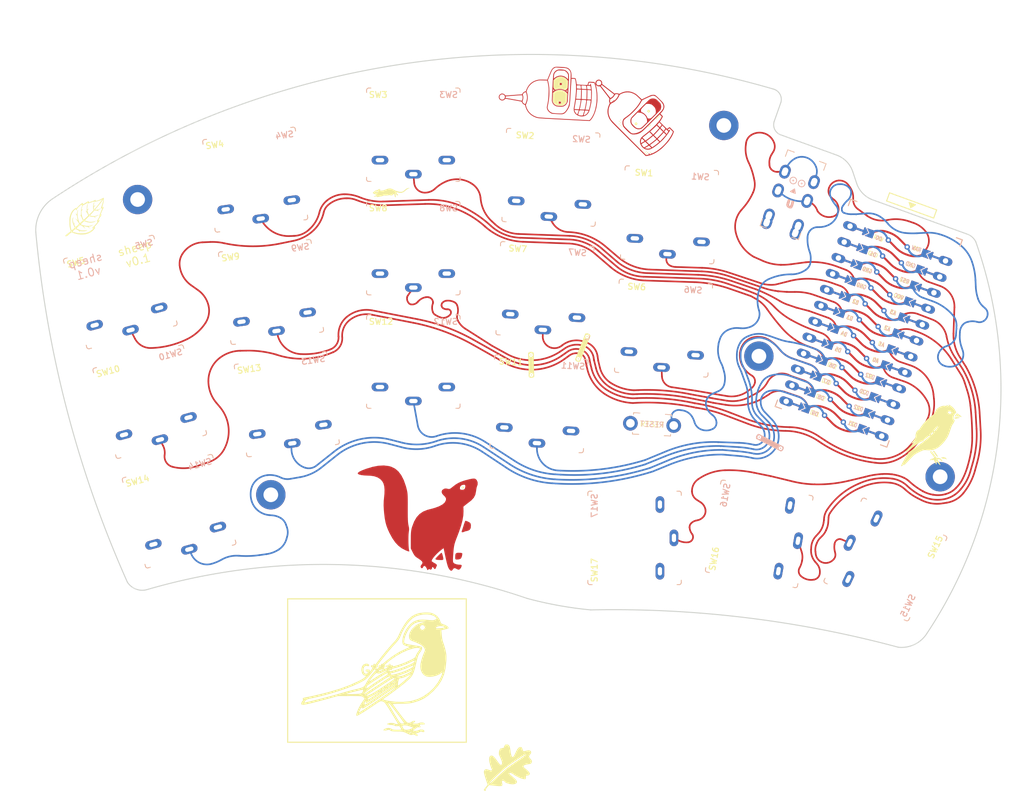
<source format=kicad_pcb>
(kicad_pcb (version 20221018) (generator pcbnew)
  (layers (0 "F.Cu" signal) (31 "B.Cu" signal) (34 "B.Paste" user) (35 "F.Paste" user) (36 "B.SilkS" user "B.Silkscreen") (37 "F.SilkS" user "F.Silkscreen") (38 "B.Mask" user) (39 "F.Mask" user) (44 "Edge.Cuts" user))
  (net 0 "")
  (net 1 "gnd")
  (net 2 "vcc")
  (net 3 "Switch18")
  (net 4 "reset")
  (net 5 "Switch1")
  (net 6 "Switch2")
  (net 7 "Switch3")
  (net 8 "Switch4")
  (net 9 "Switch5")
  (net 10 "Switch6")
  (net 11 "Switch7")
  (net 12 "Switch8")
  (net 13 "Switch9")
  (net 14 "Switch10")
  (net 15 "Switch11")
  (net 16 "Switch12")
  (net 17 "Switch13")
  (net 18 "Switch14")
  (net 19 "Switch15")
  (net 20 "Switch16")
  (net 21 "Switch17")
  (net 22 "raw")
  (footprint "Kailh:TRRS-PJ-DPB2" (layer "F.Cu") (at 158.94102 67.4 -20)
    (fp_text reference "J2" hide)
    (fp_text value "AudioJack4dpb" hide)
  )
  (footprint "* duckyb-collection:SW_PG1350_rev_DPB" (layer "F.Cu") (at 100 98.1)
    (fp_text reference "SW12" hide)
    (fp_text value "SW_Push" hide)
  )
  (footprint "* duckyb-collection:ProMicro_jumpers_facedown" (layer "F.Cu") (at 168.202942 92.333663 -20)
    (fp_text reference "U1" hide)
    (fp_text value "ProMicro-kbd" hide)
  )
  (footprint "LOGO" (layer "F.Cu") (at 50.75 76.5)
    (fp_text reference "G***" hide)
    (fp_text value "LOGO" hide)
  )
  (footprint "LOGO" (layer "F.Cu") (at 125.38 96.06 -22)
    (fp_text reference "G***" hide)
    (fp_text value "LOGO" hide)
  )
  (footprint "LOGO" (layer "F.Cu") (at 117.68 98.33 1)
    (fp_text reference "G***" hide)
    (fp_text value "LOGO" hide)
  )
  (footprint "LOGO" (layer "F.Cu") (at 94.55 144.35)
    (fp_text reference "G***")
    (fp_text value "LOGO" hide)
  )
  (footprint "LOGO" (layer "F.Cu") (at 113.918131 158.931437)
    (fp_text reference "G***" hide)
    (fp_text value "LOGO" hide)
  )
  (footprint "* duckyb-collection:SW_PG1350_rev_DPB" (layer "F.Cu") (at 137.472178 93.066994 -3)
    (fp_text reference "SW6" hide)
    (fp_text value "SW_Push" hide)
  )
  (footprint "* duckyb-collection:SW_PG1350_rev_DPB" (layer "F.Cu") (at 151.797216 123.90989 80)
    (fp_text reference "SW16" hide)
    (fp_text value "SW_Push" hide)
  )
  (footprint "* duckyb-collection:SW_PG1350_rev_DPB" (layer "F.Cu") (at 76.312936 70.822861 8)
    (fp_text reference "SW4" hide)
    (fp_text value "SW_Push" hide)
  )
  (footprint "* duckyb-collection:SW_PG1350_rev_DPB" (layer "F.Cu") (at 64.912892 120.511777 15)
    (fp_text reference "SW14" hide)
    (fp_text value "SW_Push" hide)
  )
  (footprint "" (layer "F.Cu") (at 58.7 73.8)
    (fp_text reference "")
    (fp_text value "")
  )
  (footprint "* duckyb-collection:SW_PG1350_rev_DPB" (layer "F.Cu") (at 78.678879 87.657418 8)
    (fp_text reference "SW9" hide)
    (fp_text value "SW_Push" hide)
  )
  (footprint "* duckyb-collection:SW_PG1350_rev_DPB" (layer "F.Cu") (at 120.595441 70.466826 -3)
    (fp_text reference "SW2" hide)
    (fp_text value "SW_Push" hide)
  )
  (footprint "" (layer "F.Cu") (at 146.5 62.7)
    (fp_text reference "")
    (fp_text value "")
  )
  (footprint "* duckyb-collection:SW_PG1350_rev_DPB" (layer "F.Cu") (at 81.044822 104.491975 8)
    (fp_text reference "SW13" hide)
    (fp_text value "SW_Push" hide)
  )
  (footprint "LOGO" (layer "F.Cu") (at 132.6 60.7 45)
    (fp_text reference "G***" hide)
    (fp_text value "LOGO" hide)
  )
  (footprint "" (layer "F.Cu") (at 178.9 115.35)
    (fp_text reference "")
    (fp_text value "")
  )
  (footprint "kbd:ResetSW_1side" (layer "F.Cu") (at 135.75 107.5 -3)
    (fp_text reference "RSW2" hide)
    (fp_text value "SW_PUSH")
  )
  (footprint "* duckyb-collection:SW_PG1350_rev_DPB" (layer "F.Cu") (at 170.697216 127.743448 -115)
    (fp_text reference "SW15" hide)
    (fp_text value "SW_Push" hide)
  )
  (footprint "LOGO" (layer "F.Cu") (at 101.1 121.3)
    (fp_text reference "G***" hide)
    (fp_text value "LOGO" hide)
  )
  (footprint "" (layer "F.Cu") (at 151.75 97.275)
    (fp_text reference "")
    (fp_text value "")
  )
  (footprint "* duckyb-collection:SW_PG1350_rev_DPB" (layer "F.Cu") (at 56.113044 87.670299 15)
    (fp_text reference "SW5" hide)
    (fp_text value "SW_Push" hide)
  )
  (footprint "LOGO" (layer "F.Cu") (at 177.365594 109.250359)
    (fp_text reference "G***")
    (fp_text value "LOGO" hide)
  )
  (footprint "" (layer "F.Cu") (at 78.65 118.05)
    (fp_text reference "")
    (fp_text value "")
  )
  (footprint "* duckyb-collection:SW_PG1350_rev_DPB" (layer "F.Cu") (at 119.705729 87.443528 -3)
    (fp_text reference "SW7" hide)
    (fp_text value "SW_Push" hide)
  )
  (footprint "* duckyb-collection:SW_PG1350_rev_DPB" (layer "F.Cu") (at 100 81.1)
    (fp_text reference "SW8" hide)
    (fp_text value "SW_Push" hide)
  )
  (footprint "LOGO" (layer "F.Cu") (at 120.25 58.1 87)
    (fp_text reference "G***" hide)
    (fp_text value "LOGO" hide)
  )
  (footprint "* duckyb-collection:SW_PG1350_rev_DPB" (layer "F.Cu") (at 138.361889 76.090292 -3)
    (fp_text reference "SW1" hide)
    (fp_text value "SW_Push" hide)
  )
  (footprint "* duckyb-collection:SW_PG1350_rev_DPB" (layer "F.Cu") (at 100 64.1)
    (fp_text reference "SW3" hide)
    (fp_text value "SW_Push" hide)
  )
  (footprint "LOGO" (layer "F.Cu") (at 96.7 72.75 4)
    (fp_text reference "G***" hide)
    (fp_text value "LOGO" hide)
  )
  (footprint "* duckyb-collection:SW_PG1350_rev_DPB" (layer "F.Cu") (at 60.512968 104.091038 15)
    (fp_text reference "SW10" hide)
    (fp_text value "SW_Push" hide)
  )
  (footprint "* duckyb-collection:SW_PG1350_rev_DPB" (layer "F.Cu") (at 133.12631 124.510908 90)
    (fp_text reference "SW17" hide)
    (fp_text value "SW_Push" hide)
  )
  (footprint "* duckyb-collection:SW_PG1350_rev_DPB" (layer "F.Cu") (at 118.816018 104.42023 -3)
    (fp_text reference "SW11" hide)
    (fp_text value "SW_Push" hide)
  )
  (footprint "LOGO" (layer "B.Cu") (at 153.425 110.3 -117)
    (fp_text reference "G***" hide)
    (fp_text value "LOGO" hide)
  )
  (gr_line (start 156.475253 73.859899) (end 156.385055 73.824917) (stroke (width 0.01)) (layer "B.SilkS"))
  (gr_line (start 156.652707 75.091894) (end 156.695449 75.060721) (stroke (width 0.01)) (layer "B.SilkS"))
  (gr_line (start 155.882498 74.715493) (end 155.898112 74.757401) (stroke (width 0.01)) (layer "B.SilkS"))
  (gr_poly (pts (xy 157.1 72.2) (xy 156.457225 72.6) (xy 157.207225 72.9)) (stroke (width 0.12)) (fill solid) (layer "B.SilkS"))
  (gr_line (start 156.862288 74.002043) (end 156.948075 74.027348) (stroke (width 0.01)) (layer "B.SilkS"))
  (gr_line (start 156.254322 74.624681) (end 156.255308 74.652948) (stroke (width 0.01)) (layer "B.SilkS"))
  (gr_poly (pts (xy 157.047997 74.052161) (xy 156.948075 74.027348) (xy 156.862288 74.002043) (xy 156.689723 73.923165) (xy 156.631892 74.119218) (xy 156.622455 74.156416) (xy 156.60214 74.25169) (xy 156.596308 74.287271) (xy 156.590475 74.322851) (xy 156.577822 74.365746) (xy 156.569666 74.403993) (xy 156.56023 74.441191) (xy 156.544084 74.495926) (xy 156.53285 74.529566) (xy 156.519258 74.562327) (xy 156.494591 74.61629) (xy 156.474624 74.652365) (xy 156.462867 74.670177) (xy 156.441018 74.703065) (xy 156.400099 74.746947) (xy 156.372325 74.762068) (xy 156.344058 74.763054) (xy 156.315298 74.749909) (xy 156.286043 74.722628) (xy 156.263609 74.688035) (xy 156.255308 74.652948) (xy 156.254322 74.624681) (xy 156.26648 74.567653) (xy 156.279133 74.524759) (xy 156.298606 74.474552) (xy 156.324405 74.402897) (xy 156.368691 74.252767) (xy 156.387177 74.174293) (xy 156.399336 74.117265) (xy 156.475253 73.859899) (xy 156.385055 73.824917) (xy 156.238349 73.762042) (xy 156.18106 73.735278) (xy 156.144752 73.715783) (xy 156.053036 73.947127) (xy 155.956759 74.196552) (xy 155.89403 74.411098) (xy 155.871932 74.539928) (xy 155.866364 74.58894) (xy 155.86565 74.638265) (xy 155.882498 74.715493) (xy 155.898112 74.757401) (xy 155.921039 74.806128) (xy 155.947537 74.851444) (xy 155.983926 74.900658) (xy 156.026045 74.945068) (xy 156.090732 75.005388) (xy 156.132181 75.031704) (xy 156.177506 75.058962) (xy 156.32813 75.11738) (xy 156.385157 75.129538) (xy 156.434872 75.134878) (xy 156.562072 75.130435) (xy 156.59716 75.122137) (xy 156.652707 75.091894) (xy 156.695449 75.060721) (xy 156.721401 75.032893) (xy 156.743667 75.000241) (xy 156.755007 74.982192) (xy 156.774973 74.946117) (xy 156.788119 74.917356) (xy 156.808086 74.881282) (xy 156.834378 74.823761) (xy 156.859283 74.765713) (xy 156.871583 74.729254) (xy 156.961894 74.423087) (xy 157.017352 74.187663)) (stroke (width 0.01)) (fill solid) (layer "B.SilkS"))
  (gr_line (start 156.624933 75.107015) (end 156.652707 75.091894) (stroke (width 0.01)) (layer "B.SilkS"))
  (gr_line (start 156.475253 73.859899) (end 156.405662 74.095818) (stroke (width 0.01)) (layer "B.SilkS"))
  (gr_arc (start 156.026045 74.945068) (mid 155.983929 74.900656) (end 155.947537 74.851444) (stroke (width 0.01)) (layer "B.SilkS"))
  (gr_line (start 156.144752 73.715783) (end 156.054407 73.943627) (stroke (width 0.01)) (layer "B.SilkS"))
  (gr_line (start 155.950467 74.216358) (end 155.901893 74.381025) (stroke (width 0.01)) (layer "B.SilkS"))
  (gr_arc (start 156.217075 75.074306) (mid 156.132184 75.031701) (end 156.056875 74.973818) (stroke (width 0.01)) (layer "B.SilkS"))
  (gr_arc (start 156.95875 74.431028) (mid 156.955383 74.444486) (end 156.951641 74.457845) (stroke (width 0.01)) (layer "B.SilkS"))
  (gr_line (start 156.59716 75.122137) (end 156.624933 75.107015) (stroke (width 0.01)) (layer "B.SilkS"))
  (gr_line (start 156.948075 74.027348) (end 157.047997 74.052161) (stroke (width 0.01)) (layer "B.SilkS"))
  (gr_line (start 156.871583 74.729254) (end 156.951641 74.457845) (stroke (width 0.01)) (layer "B.SilkS"))
  (gr_line (start 156.362364 74.274214) (end 156.324405 74.402897) (stroke (width 0.01)) (layer "B.SilkS"))
  (gr_circle (center 156.9 70.95) (end 157.4 70.95) (stroke (width 0.12)) (fill none) (layer "B.SilkS"))
  (gr_arc (start 156.20183 73.744973) (mid 156.181061 73.735276) (end 156.160756 73.724641) (stroke (width 0.01)) (layer "B.SilkS"))
  (gr_circle (center 158.15 71.4) (end 158.65 71.4) (stroke (width 0.12)) (fill none) (layer "B.SilkS"))
  (gr_line (start 156.254322 74.624681) (end 156.26648 74.567653) (stroke (width 0.01)) (layer "B.SilkS"))
  (gr_line (start 156.562072 75.130435) (end 156.59716 75.122137) (stroke (width 0.01)) (layer "B.SilkS"))
  (gr_arc (start 156.78198 74.933047) (mid 156.743673 75.000245) (end 156.695449 75.060721) (stroke (width 0.01)) (layer "B.SilkS"))
  (gr_line (start 155.921039 74.806128) (end 155.947537 74.851444) (stroke (width 0.01)) (layer "B.SilkS"))
  (gr_line (start 156.26648 74.567653) (end 156.279133 74.524759) (stroke (width 0.01)) (layer "B.SilkS"))
  (gr_arc (start 156.480905 75.13327) (mid 156.380075 75.126579) (end 156.282653 75.099741) (stroke (width 0.01)) (layer "B.SilkS"))
  (gr_line (start 156.519258 74.562327) (end 156.50203 74.600016) (stroke (width 0.01)) (layer "B.SilkS"))
  (gr_arc (start 155.86565 74.638265) (mid 155.86636 74.588941) (end 155.871932 74.539928) (stroke (width 0.01)) (layer "B.SilkS"))
  (gr_line (start 156.689723 73.923165) (end 156.631892 74.119218) (stroke (width 0.01)) (layer "B.SilkS"))
  (gr_line (start 156.412962 74.733152) (end 156.400099 74.746947) (stroke (width 0.01)) (layer "B.SilkS"))
  (gr_line (start 156.480905 75.13327) (end 156.562072 75.130435) (stroke (width 0.01)) (layer "B.SilkS"))
  (gr_line (start 156.622455 74.156416) (end 156.569666 74.403993) (stroke (width 0.01)) (layer "B.SilkS"))
  (gr_line (start 156.776005 73.962603) (end 156.862288 74.002043) (stroke (width 0.01)) (layer "B.SilkS"))
  (gr_line (start 156.372325 74.762068) (end 156.400099 74.746947) (stroke (width 0.01)) (layer "B.SilkS"))
  (gr_line (start 156.263609 74.688035) (end 156.286043 74.722628) (stroke (width 0.01)) (layer "B.SilkS"))
  (gr_arc (start 156.569666 74.403993) (mid 156.565305 74.422682) (end 156.56023 74.441191) (stroke (width 0.01)) (layer "B.SilkS"))
  (gr_line (start 156.344058 74.763054) (end 156.372325 74.762068) (stroke (width 0.01)) (layer "B.SilkS"))
  (gr_arc (start 156.544084 74.495926) (mid 156.532848 74.529566) (end 156.519258 74.562327) (stroke (width 0.01)) (layer "B.SilkS"))
  (gr_arc (start 156.622455 74.156416) (mid 156.626813 74.137726) (end 156.631892 74.119218) (stroke (width 0.01)) (layer "B.SilkS"))
  (gr_line (start 156.364804 73.816548) (end 156.20183 73.744973) (stroke (width 0.01)) (layer "B.SilkS"))
  (gr_line (start 155.88805 74.441602) (end 155.871932 74.539928) (stroke (width 0.01)) (layer "B.SilkS"))
  (gr_line (start 156.217075 75.074306) (end 156.282653 75.099741) (stroke (width 0.01)) (layer "B.SilkS"))
  (gr_line (start 156.95875 74.431028) (end 157.047997 74.052161) (stroke (width 0.01)) (layer "B.SilkS"))
  (gr_line (start 156.56023 74.441191) (end 156.544084 74.495926) (stroke (width 0.01)) (layer "B.SilkS"))
  (gr_line (start 155.898112 74.757401) (end 155.921039 74.806128) (stroke (width 0.01)) (layer "B.SilkS"))
  (gr_arc (start 155.950467 74.216358) (mid 155.95676 74.196551) (end 155.96387 74.177023) (stroke (width 0.01)) (layer "B.SilkS"))
  (gr_arc (start 155.88805 74.441602) (mid 155.894028 74.411098) (end 155.901893 74.381025) (stroke (width 0.01)) (layer "B.SilkS"))
  (gr_line (start 156.286043 74.722628) (end 156.315298 74.749909) (stroke (width 0.01)) (layer "B.SilkS"))
  (gr_circle (center 158.15 71.4) (end 158.220711 71.4) (stroke (width 0.12)) (fill none) (layer "B.SilkS"))
  (gr_arc (start 156.50203 74.600016) (mid 156.462873 74.670182) (end 156.412962 74.733152) (stroke (width 0.01)) (layer "B.SilkS"))
  (gr_arc (start 156.053036 73.947127) (mid 156.053719 73.945376) (end 156.054407 73.943627) (stroke (width 0.01)) (layer "B.SilkS"))
  (gr_line (start 156.053036 73.947127) (end 155.96387 74.177023) (stroke (width 0.01)) (layer "B.SilkS"))
  (gr_line (start 156.78198 74.933047) (end 156.844219 74.801116) (stroke (width 0.01)) (layer "B.SilkS"))
  (gr_line (start 156.689723 73.923165) (end 156.776005 73.962603) (stroke (width 0.01)) (layer "B.SilkS"))
  (gr_circle (center 156.9 70.95) (end 156.970711 70.95) (stroke (width 0.12)) (fill none) (layer "B.SilkS"))
  (gr_line (start 156.315298 74.749909) (end 156.344058 74.763054) (stroke (width 0.01)) (layer "B.SilkS"))
  (gr_line (start 156.255308 74.652948) (end 156.263609 74.688035) (stroke (width 0.01)) (layer "B.SilkS"))
  (gr_line (start 156.298606 74.474552) (end 156.324405 74.402897) (stroke (width 0.01)) (layer "B.SilkS"))
  (gr_line (start 156.405662 74.095818) (end 156.362364 74.274214) (stroke (width 0.01)) (layer "B.SilkS"))
  (gr_line (start 156.026045 74.945068) (end 156.056875 74.973818) (stroke (width 0.01)) (layer "B.SilkS"))
  (gr_line (start 156.160756 73.724641) (end 156.144752 73.715783) (stroke (width 0.01)) (layer "B.SilkS"))
  (gr_line (start 156.279133 74.524759) (end 156.298606 74.474552) (stroke (width 0.01)) (layer "B.SilkS"))
  (gr_arc (start 156.871583 74.729254) (mid 156.859283 74.765711) (end 156.844219 74.801116) (stroke (width 0.01)) (layer "B.SilkS"))
  (gr_arc (start 156.385055 73.824917) (mid 156.374884 73.820843) (end 156.364804 73.816548) (stroke (width 0.01)) (layer "B.SilkS"))
  (gr_line (start 155.86565 74.638265) (end 155.882498 74.715493) (stroke (width 0.01)) (layer "B.SilkS"))
  (gr_arc (start 153.977226 57.264827) (mid 154.911429 58.030345) (end 155.048988 59.230274) (stroke (width 0.15)) (layer "Edge.Cuts"))
  (gr_line (start 155.048988 59.230274) (end 154.044187 62.090343) (stroke (width 0.15)) (layer "Edge.Cuts"))
  (gr_line (start 165.81185 69.635551) (end 166.388274 71.364822) (stroke (width 0.15)) (layer "Edge.Cuts"))
  (gr_arc (start 155 64.1) (mid 154.11743 63.287634) (end 154.044187 62.090343) (stroke (width 0.15)) (layer "Edge.Cuts"))
  (gr_arc (start 184.243489 80.162059) (mid 187.49836 110.348646) (end 176.925279 138.809745) (stroke (width 0.15)) (layer "Edge.Cuts"))
  (gr_arc (start 60.040598 132.281675) (mid 88.654809 128.516368) (end 117.066136 133.590523) (stroke (width 0.15)) (layer "Edge.Cuts"))
  (gr_arc (start 176.925279 138.809745) (mid 175.082213 140.469268) (end 172.63988 140.900447) (stroke (width 0.15)) (layer "Edge.Cuts"))
  (gr_arc (start 126.565959 135.30443) (mid 149.801598 136.466646) (end 172.63988 140.900447) (stroke (width 0.15)) (layer "Edge.Cuts"))
  (gr_line (start 168.818396 73.859942) (end 183.071438 79.032734) (stroke (width 0.15)) (layer "Edge.Cuts"))
  (gr_line (start 155 64.1) (end 163.381129 67.140213) (stroke (width 0.15)) (layer "Edge.Cuts"))
  (gr_arc (start 43.448931 78.678151) (mid 44.039546 75.869437) (end 45.932377 73.711918) (stroke (width 0.15)) (layer "Edge.Cuts"))
  (gr_arc (start 57.171986 131.153053) (mid 48.15161 105.480177) (end 43.448931 78.678151) (stroke (width 0.15)) (layer "Edge.Cuts"))
  (gr_arc (start 60.040598 132.281674) (mid 58.426132 132.175276) (end 57.171986 131.153053) (stroke (width 0.15)) (layer "Edge.Cuts"))
  (gr_arc (start 126.565959 135.30443) (mid 121.780056 134.64697) (end 117.066136 133.590523) (stroke (width 0.15)) (layer "Edge.Cuts"))
  (gr_arc (start 45.932377 73.711918) (mid 98.135091 53.534262) (end 153.977226 57.264827) (stroke (width 0.15)) (layer "Edge.Cuts"))
  (gr_arc (start 168.818396 73.859942) (mid 167.317503 72.890768) (end 166.388274 71.364822) (stroke (width 0.15)) (layer "Edge.Cuts"))
  (gr_arc (start 163.381129 67.140213) (mid 164.882399 68.109376) (end 165.81185 69.635551) (stroke (width 0.15)) (layer "Edge.Cuts"))
  (gr_arc (start 183.071438 79.032734) (mid 183.763023 79.487843) (end 184.243488 80.162059) (stroke (width 0.15)) (layer "Edge.Cuts"))
  (gr_text "sheep\nv0.1" (at 51.525 85.5 15) (layer "B.SilkS") (effects (font (size 1.2 1.2)) (justify bottom mirror)))
  (gr_text "sheep\nv0.1" (at 58.95 83.625 15) (layer "F.SilkS") (effects (font (size 1.2 1.2)) (justify bottom)))
  (segment (start 152.289497 82.971838) (end 150.980026 82.386445) (width 0.25) (layer "F.Cu") (net 2))
  (segment (start 158.787753 83.201633) (end 156.554696 83.499373) (width 0.25) (layer "F.Cu") (net 2))
  (segment (start 151.074182 70.932636) (end 150.993938 70.552609) (width 0.25) (layer "F.Cu") (net 2))
  (segment (start 149.102214 75.39996) (end 149.489673 74.946617) (width 0.25) (layer "F.Cu") (net 2))
  (segment (start 149.793381 65.61465) (end 149.831435 65.329243) (width 0.25) (layer "F.Cu") (net 2))
  (segment (start 154.497069 69.656136) (end 155.650231 69.628903) (width 0.25) (layer "F.Cu") (net 2))
  (segment (start 150.885636 72.728997) (end 150.886604 72.726809) (width 0.25) (layer "F.Cu") (net 2))
  (segment (start 153.317896 68.363789) (end 153.332953 68.643415) (width 0.25) (layer "F.Cu") (net 2))
  (segment (start 164.728385 84.323144) (end 163.44297 83.841114) (width 0.25) (layer "F.Cu") (net 2))
  (segment (start 155.038772 83.585361) (end 155.035231 83.585293) (width 0.25) (layer "F.Cu") (net 2))
  (segment (start 153.907885 66.632551) (end 153.647523 67.058598) (width 0.25) (layer "F.Cu") (net 2))
  (arc (start 148.273577 78.669545) (mid 148.305992 76.937964) (end 149.102214 75.39996) (width 0.25) (layer "F.Cu") (net 2))
  (arc (start 150.886604 72.726809) (mid 151.121609 71.844486) (end 151.074182 70.932636) (width 0.25) (layer "F.Cu") (net 2))
  (arc (start 164.728385 84.323144) (mid 165.681015 85.038309) (end 166.09667 86.154635) (width 0.25) (layer "F.Cu") (net 2))
  (arc (start 149.831435 65.329243) (mid 150.065819 64.674138) (end 150.548031 64.172522) (width 0.25) (layer "F.Cu") (net 2))
  (arc (start 153.907885 66.632551) (mid 154.118703 66.022267) (end 154.054691 65.379719) (width 0.25) (layer "F.Cu") (net 2))
  (arc (start 158.812312 83.198974) (mid 158.800016 83.200152) (end 158.787753 83.201633) (width 0.25) (layer "F.Cu") (net 2))
  (arc (start 150.209217 68.241462) (mid 149.809808 66.95837) (end 149.793381 65.61465) (width 0.25) (layer "F.Cu") (net 2))
  (arc (start 148.273577 78.669545) (mid 149.23205 80.815409) (end 150.980026 82.386445) (width 0.25) (layer "F.Cu") (net 2))
  (arc (start 153.332953 68.643415) (mid 153.395896 68.942682) (end 153.546341 69.208933) (width 0.25) (layer "F.Cu") (net 2))
  (arc (start 154.054691 65.379719) (mid 153.454987 64.423763) (end 152.475882 63.862649) (width 0.25) (layer "F.Cu") (net 2))
  (arc (start 153.647523 67.058598) (mid 153.383688 67.686186) (end 153.317896 68.363789) (width 0.25) (layer "F.Cu") (net 2))
  (arc (start 152.475882 63.862649) (mid 151.477728 63.804707) (end 150.548031 64.172522) (width 0.25) (layer "F.Cu") (net 2))
  (arc (start 149.489673 74.946617) (mid 150.268396 73.888633) (end 150.885636 72.728997) (width 0.25) (layer "F.Cu") (net 2))
  (arc (start 158.812312 83.198974) (mid 161.163494 83.263212) (end 163.44297 83.841114) (width 0.25) (layer "F.Cu") (net 2))
  (arc (start 152.289497 82.971838) (mid 153.631498 83.416716) (end 155.035231 83.585293) (width 0.25) (layer "F.Cu") (net 2))
  (arc (start 155.038772 83.585361) (mid 155.798366 83.571142) (end 156.554696 83.499373) (width 0.25) (layer "F.Cu") (net 2))
  (arc (start 150.209217 68.241462) (mid 150.670536 69.373589) (end 150.993938 70.552609) (width 0.25) (layer "F.Cu") (net 2))
  (arc (start 154.497069 69.656136) (mid 153.968959 69.54466) (end 153.546341 69.208933) (width 0.25) (layer "F.Cu") (net 2))
  (segment (start 155.650231 69.628903) (end 155.850025 69.136251) (width 0.25) (layer "B.Cu") (net 2))
  (segment (start 160.344997 70.171516) (end 160.007849 71.193663) (width 0.25) (layer "B.Cu") (net 2))
  (arc (start 160.320189 68.93717) (mid 160.438124 69.552248) (end 160.344997 70.171516) (width 0.25) (layer "B.Cu") (net 2))
  (arc (start 158.173914 67.4) (mid 158.948156 67.539351) (end 159.625159 67.93991) (width 0.25) (layer "B.Cu") (net 2))
  (arc (start 160.320189 68.93717) (mid 160.035395 68.395022) (end 159.625159 67.93991) (width 0.25) (layer "B.Cu") (net 2))
  (arc (start 158.173914 67.4) (mid 157.66576 67.462796) (end 157.188179 67.647404) (width 0.25) (layer "B.Cu") (net 2))
  (arc (start 155.850025 69.136251) (mid 156.388669 68.27463) (end 157.188179 67.647404) (width 0.25) (layer "B.Cu") (net 2))
  (segment (start 162.659318 73.552588) (end 163.019676 73.846022) (width 0.25) (layer "F.Cu") (net 3))
  (segment (start 159.384611 74.206929) (end 158.981788 74.012741) (width 0.25) (layer "F.Cu") (net 3))
  (segment (start 176.394436 81.79368) (end 176.788449 81.25779) (width 0.25) (layer "F.Cu") (net 3))
  (segment (start 165.368909 71.930366) (end 165.143715 71.621276) (width 0.25) (layer "F.Cu") (net 3))
  (segment (start 174.918862 77.309092) (end 174.259519 77.081231) (width 0.25) (layer "F.Cu") (net 3))
  (segment (start 166.583815 75.238634) (end 167.952661 76.230547) (width 0.25) (layer "F.Cu") (net 3))
  (segment (start 165.875 73.849627) (end 165.875 73.484445) (width 0.25) (layer "F.Cu") (net 3))
  (segment (start 162.797662 76.365726) (end 162.698892 76.387198) (width 0.25) (layer "F.Cu") (net 3))
  (segment (start 176.394436 81.79368) (end 176.385296 81.495707) (width 0.25) (layer "F.Cu") (net 3))
  (arc (start 165.875 73.484445) (mid 165.74529 72.667241) (end 165.368909 71.930366) (width 0.25) (layer "F.Cu") (net 3))
  (arc (start 160.500066 75.454035) (mid 160.066092 74.719775) (end 159.384611 74.206929) (width 0.25) (layer "F.Cu") (net 3))
  (arc (start 167.952661 76.230547) (mid 169.399778 76.874057) (end 170.983523 76.875857) (width 0.25) (layer "F.Cu") (net 3))
  (arc (start 174.918862 77.309092) (mid 175.945311 77.844114) (end 176.771458 78.654871) (width 0.25) (layer "F.Cu") (net 3))
  (arc (start 163.680089 70.954498) (mid 164.499463 71.095684) (end 165.143715 71.621276) (width 0.25) (layer "F.Cu") (net 3))
  (arc (start 163.680089 70.954498) (mid 162.782943 71.311645) (end 162.232477 72.10497) (width 0.25) (layer "F.Cu") (net 3))
  (arc (start 170.983523 76.875857) (mid 172.635519 76.755955) (end 174.259519 77.081231) (width 0.25) (layer "F.Cu") (net 3))
  (arc (start 163.687645 75.277256) (mid 163.432517 75.976736) (end 162.797662 76.365726) (width 0.25) (layer "F.Cu") (net 3))
  (arc (start 162.698892 76.387198) (mid 161.515952 76.300658) (end 160.569708 75.585488) (width 0.25) (layer "F.Cu") (net 3))
  (arc (start 176.771458 78.654871) (mid 177.21162 79.953515) (end 176.788449 81.25779) (width 0.25) (layer "F.Cu") (net 3))
  (arc (start 163.687645 75.277256) (mid 163.517728 74.485067) (end 163.019676 73.846022) (width 0.25) (layer "F.Cu") (net 3))
  (arc (start 162.232477 72.10497) (mid 162.221731 72.894879) (end 162.659318 73.552588) (width 0.25) (layer "F.Cu") (net 3))
  (arc (start 160.500066 75.454035) (mid 160.529971 75.522366) (end 160.569708 75.585488) (width 0.25) (layer "F.Cu") (net 3))
  (arc (start 166.583815 75.238634) (mid 166.06245 74.629342) (end 165.875 73.849627) (width 0.25) (layer "F.Cu") (net 3))
  (segment (start 154.909633 72.72972) (end 154.624171 72.447981) (width 0.25) (layer "B.Cu") (net 3))
  (segment (start 158.981788 74.012741) (end 158.60481 74.048069) (width 0.25) (layer "B.Cu") (net 3))
  (arc (start 154.909633 72.72972) (mid 156.611154 73.798305) (end 158.60481 74.048069) (width 0.25) (layer "B.Cu") (net 3))
  (segment (start 146.542541 99.630504) (end 146.36458 98.994927) (width 0.25) (layer "B.Cu") (net 4))
  (segment (start 159.496536 83.070509) (end 159.512543 82.802389) (width 0.25) (layer "B.Cu") (net 4))
  (segment (start 139.949697 105.351343) (end 140.326466 105.408904) (width 0.25) (layer "B.Cu") (net 4))
  (segment (start 181.262878 94.150275) (end 181.332624 93.184066) (width 0.25) (layer "B.Cu") (net 4))
  (segment (start 166.34471 75.998439) (end 167.906337 75.874742) (width 0.25) (layer "B.Cu") (net 4))
  (segment (start 182.079935 95.853609) (end 182.280184 96.446346) (width 0.25) (layer "B.Cu") (net 4))
  (segment (start 164.48898 74.530429) (end 164.323236 74.76247) (width 0.25) (layer "B.Cu") (net 4))
  (segment (start 151.548801 88.708591) (end 151.556392 88.574026) (width 0.25) (layer "B.Cu") (net 4))
  (segment (start 184.576296 88.689513) (end 184.577069 88.691794) (width 0.25) (layer "B.Cu") (net 4))
  (segment (start 173.743361 78.824396) (end 173.749515 78.824955) (width 0.25) (layer "B.Cu") (net 4))
  (segment (start 178.760159 78.990963) (end 178.760689 78.991114) (width 0.25) (layer "B.Cu") (net 4))
  (segment (start 145.661138 95.772575) (end 145.713749 95.383255) (width 0.25) (layer "B.Cu") (net 4))
  (segment (start 165.031846 73.930346) (end 165.030025 73.931946) (width 0.25) (layer "B.Cu") (net 4))
  (segment (start 181.333692 93.16321) (end 181.347564 92.705399) (width 0.25) (layer "B.Cu") (net 4))
  (segment (start 185.317068 89.814306) (end 185.646955 90.110531) (width 0.25) (layer "B.Cu") (net 4))
  (segment (start 164.490184 75.796073) (end 164.490843 75.796337) (width 0.25) (layer "B.Cu") (net 4))
  (segment (start 177.725878 89.028906) (end 176.341308 88.531685) (width 0.25) (layer "B.Cu") (net 4))
  (segment (start 183.107371 92.123584) (end 182.952832 92.163764) (width 0.25) (layer "B.Cu") (net 4))
  (segment (start 159.029177 79.658002) (end 159.035361 79.447738) (width 0.25) (layer "B.Cu") (net 4))
  (segment (start 145.749984 95.219789) (end 145.892619 94.761859) (width 0.25) (layer "B.Cu") (net 4))
  (segment (start 142.097632 107.154212) (end 142.098275 107.156461) (width 0.25) (layer "B.Cu") (net 4))
  (segment (start 181.982453 80.68689) (end 181.982945 80.687298) (width 0.25) (layer "B.Cu") (net 4))
  (segment (start 174.678763 86.661499) (end 174.656974 86.567319) (width 0.25) (layer "B.Cu") (net 4))
  (segment (start 184.188475 85.88202) (end 184.232676 86.86171) (width 0.25) (layer "B.Cu") (net 4))
  (segment (start 144.842942 102.890236) (end 145.665848 102.532921) (width 0.25) (layer "B.Cu") (net 4))
  (segment (start 144.82612 106.121874) (end 144.698671 106.022464) (width 0.25) (layer "B.Cu") (net 4))
  (segment (start 166.305228 76) (end 166.302548 76) (width 0.25) (layer "B.Cu") (net 4))
  (segment (start 165.548378 76) (end 166.305228 76) (width 0.25) (layer "B.Cu") (net 4))
  (segment (start 166.34471 75.998439) (end 166.347471 75.99822) (width 0.25) (layer "B.Cu") (net 4))
  (segment (start 148.684813 93.061492) (end 149.077464 93.091326) (width 0.25) (layer "B.Cu") (net 4))
  (segment (start 175.402696 78.855432) (end 176.854169 78.777276) (width 0.25) (layer "B.Cu") (net 4))
  (segment (start 163.739941 71.503966) (end 163.940785 71.498064) (width 0.25) (layer "B.Cu") (net 4))
  (segment (start 181.851323 93.707703) (end 181.83405 94.151048) (width 0.25) (layer "B.Cu") (net 4))
  (segment (start 160.512002 77.939763) (end 160.84661 77.935117) (width 0.25) (layer "B.Cu") (net 4))
  (segment (start 138.995546 107.670092) (end 138.696152 106.661074) (width 0.25) (layer "B.Cu") (net 4))
  (arc (start 184.577069 88.691794) (mid 184.874756 89.300721) (end 185.317068 89.814306) (width 0.25) (layer "B.Cu") (net 4))
  (arc (start 181.982945 80.687298) (mid 182.997988 81.796879) (end 183.672468 83.141221) (width 0.25) (layer "B.Cu") (net 4))
  (arc (start 162.628279 72.120083) (mid 163.109261 71.676974) (end 163.739941 71.503966) (width 0.25) (layer "B.Cu") (net 4))
  (arc (start 171.056903 77.396365) (mid 172.256166 78.381213) (end 173.743361 78.824396) (width 0.25) (layer "B.Cu") (net 4))
  (arc (start 180.723079 98.829179) (mid 180.037787 98.845985) (end 179.376865 98.663615) (width 0.25) (layer "B.Cu") (net 4))
  (arc (start 180.888205 95.079153) (mid 181.14843 94.644115) (end 181.262878 94.150275) (width 0.25) (layer "B.Cu") (net 4))
  (arc (start 178.727293 98.06475) (mid 178.572747 97.587341) (end 178.600567 97.086319) (width 0.25) (layer "B.Cu") (net 4))
  (arc (start 139.048167 105.581662) (mid 139.47548 105.374723) (end 139.949697 105.351343) (width 0.25) (layer "B.Cu") (net 4))
  (arc (start 145.892619 94.761859) (mid 146.364762 93.919412) (end 147.138094 93.34096) (width 0.25) (layer "B.Cu") (net 4))
  (arc (start 146.120699 98.380864) (mid 145.687994 97.112473) (end 145.661138 95.772575) (width 0.25) (layer "B.Cu") (net 4))
  (arc (start 144.698671 106.022464) (mid 144.211892 105.513297) (end 143.891576 104.885845) (width 0.25) (layer "B.Cu") (net 4))
  (arc (start 163.581512 75.784753) (mid 163.556415 75.189557) (end 163.273139 74.665455) (width 0.25) (layer "B.Cu") (net 4))
  (arc (start 180.780202 91.116786) (mid 179.386788 89.877188) (end 177.725878 89.028906) (width 0.25) (layer "B.Cu") (net 4))
  (arc (start 164.189641 75.448504) (mid 164.297623 75.65884) (end 164.490184 75.796073) (width 0.25) (layer "B.Cu") (net 4))
  (arc (start 163.273139 74.665455) (mid 162.829966 74.066199) (end 162.495001 73.400005) (width 0.25) (layer "B.Cu") (net 4))
  (arc (start 162.495001 73.400005) (mid 162.403583 72.743594) (end 162.628279 72.120083) (width 0.25) (layer "B.Cu") (net 4))
  (arc (start 140.326466 105.408904) (mid 141.136521 105.721411) (end 141.740597 106.345105) (width 0.25) (layer "B.Cu") (net 4))
  (arc (start 144.867736 108.168298) (mid 145.267648 107.784) (end 145.401252 107.245683) (width 0.25) (layer "B.Cu") (net 4))
  (arc (start 176.854169 78.777276) (mid 177.816022 78.805106) (end 178.760159 78.990963) (width 0.25) (layer "B.Cu") (net 4))
  (arc (start 162.224792 77.595528) (mid 163.114407 76.848476) (end 163.581512 75.784753) (width 0.25) (layer "B.Cu") (net 4))
  (arc (start 181.347564 92.705399) (mid 181.2139 91.857534) (end 180.780202 91.116786) (width 0.25) (layer "B.Cu") (net 4))
  (arc (start 184.437234 92.143152) (mid 183.773627 92.043364) (end 183.107371 92.123584) (width 0.25) (layer "B.Cu") (net 4))
  (arc (start 178.600567 97.086319) (mid 178.839552 96.533143) (end 179.247681 96.089698) (width 0.25) (layer "B.Cu") (net 4))
  (arc (start 182.952832 92.163764) (mid 182.564598 92.33558) (end 182.251376 92.622291) (width 0.25) (layer "B.Cu") (net 4))
  (arc (start 145.401252 107.245683) (mid 145.237951 106.620143) (end 144.82612 106.121874) (width 0.25) (layer "B.Cu") (net 4))
  (arc (start 178.760689 78.991114) (mid 180.459821 79.671338) (end 181.982453 80.68689) (width 0.25) (layer "B.Cu") (net 4))
  (arc (start 150.562203 92.84477) (mid 151.282012 92.340738) (end 151.739793 91.590581) (width 0.25) (layer "B.Cu") (net 4))
  (arc (start 147.138094 93.34096) (mid 147.893569 93.102245) (end 148.684813 93.061492) (width 0.25) (layer "B.Cu") (net 4))
  (arc (start 141.740597 106.345105) (mid 141.946925 106.737387) (end 142.097632 107.154212) (width 0.25) (layer "B.Cu") (net 4))
  (arc (start 159.512543 82.802389) (mid 159.486678 82.184129) (end 159.336696 81.583568) (width 0.25) (layer "B.Cu") (net 4))
  (arc (start 164.490843 75.796337) (mid 165.009894 75.948621) (end 165.548378 76) (width 0.25) (layer "B.Cu") (net 4))
  (arc (start 146.565139 101.475663) (mid 146.674813 100.551602) (end 146.542541 99.630504) (width 0.25) (layer "B.Cu") (net 4))
  (arc (start 145.665848 102.532921) (mid 146.238244 102.108697) (end 146.565139 101.475663) (width 0.25) (layer "B.Cu") (net 4))
  (arc (start 169.869032 76.351875) (mid 168.925852 75.95618) (end 167.906337 75.874742) (width 0.25) (layer "B.Cu") (net 4))
  (arc (start 181.83405 94.151048) (mid 181.879152 95.01357) (end 182.079935 95.853609) (width 0.25) (layer "B.Cu") (net 4))
  (arc (start 143.090475 108.258475) (mid 143.989049 108.409198) (end 144.867736 108.168298) (width 0.25) (layer "B.Cu") (net 4))
  (arc (start 159.336696 81.583568) (mid 159.092279 80.635263) (end 159.029177 79.658002) (width 0.25) (layer "B.Cu") (net 4))
  (arc (start 183.672468 83.141221) (mid 184.027251 84.4934) (end 184.188475 85.88202) (width 0.25) (layer "B.Cu") (net 4))
  (arc (start 182.280184 96.446346) (mid 182.369366 96.879481) (end 182.35061 97.321336) (width 0.25) (layer "B.Cu") (net 4))
  (arc (start 166.302548 76) (mid 166.325027 75.999554) (end 166.347471 75.99822) (width 0.25) (layer "B.Cu") (net 4))
  (arc (start 179.859774 95.769281) (mid 180.423409 95.49811) (end 180.888205 95.079153) (width 0.25) (layer "B.Cu") (net 4))
  (arc (start 151.897439 87.083941) (mid 152.408224 86.302764) (end 153.167374 85.759737) (width 0.25) (layer "B.Cu") (net 4))
  (arc (start 165.271619 72.037695) (mid 164.662983 71.627914) (end 163.940785 71.498064) (width 0.25) (layer "B.Cu") (net 4))
  (arc (start 151.761204 90.402147) (mid 151.57811 89.565013) (end 151.548801 88.708591) (width 0.25) (layer "B.Cu") (net 4))
  (arc (start 151.556392 88.574026) (mid 151.663899 87.814623) (end 151.897439 87.083941) (width 0.25) (layer "B.Cu") (net 4))
  (arc (start 153.167374 85.759737) (mid 154.842532 85.196058) (end 156.600684 85.014882) (width 0.25) (layer "B.Cu") (net 4))
  (arc (start 181.332624 93.184066) (mid 181.333267 93.173644) (end 181.333692 93.16321) (width 0.25) (layer "B.Cu") (net 4))
  (arc (start 159.342354 78.54675) (mid 159.855347 78.104841) (end 160.512002 77.939763) (width 0.25) (layer "B.Cu") (net 4))
  (arc (start 165.030025 73.931946) (mid 164.742309 74.215644) (end 164.48898 74.530429) (width 0.25) (layer "B.Cu") (net 4))
  (arc (start 165.565324 72.785383) (mid 165.49356 72.381995) (end 165.271619 72.037695) (width 0.25) (layer "B.Cu") (net 4))
  (arc (start 156.600684 85.014882) (mid 157.765475 84.838467) (end 158.817217 84.30755) (width 0.25) (layer "B.Cu") (net 4))
  (arc (start 173.749515 78.824955) (mid 174.575555 78.870057) (end 175.402696 78.855432) (width 0.25) (layer "B.Cu") (net 4))
  (arc (start 169.869032 76.351875) (mid 170.506158 76.824866) (end 171.056903 77.396365) (width 0.25) (layer "B.Cu") (net 4))
  (arc (start 142.098275 107.156461) (mid 142.466897 107.822243) (end 143.090475 108.258475) (width 0.25) (layer "B.Cu") (net 4))
  (arc (start 151.739793 91.590581) (mid 151.847592 90.998153) (end 151.761204 90.402147) (width 0.25) (layer "B.Cu") (net 4))
  (arc (start 186.01419 90.958086) (mid 185.856016 91.545428) (end 185.442855 91.991901) (width 0.25) (layer "B.Cu") (net 4))
  (arc (start 146.36458 98.994927) (mid 146.258766 98.681448) (end 146.120699 98.380864) (width 0.25) (layer "B.Cu") (net 4))
  (arc (start 159.035361 79.447738) (mid 159.120985 78.974187) (end 159.342354 78.54675) (width 0.25) (layer "B.Cu") (net 4))
  (arc (start 160.84661 77.935117) (mid 161.555072 77.844128) (end 162.224792 77.595528) (width 0.25) (layer "B.Cu") (net 4))
  (arc (start 149.077464 93.091326) (mid 149.834676 93.057706) (end 150.562203 92.84477) (width 0.25) (layer "B.Cu") (net 4))
  (arc (start 164.189641 75.448504) (mid 164.181908 75.090952) (end 164.323236 74.76247) (width 0.25) (layer "B.Cu") (net 4))
  (arc (start 138.696152 106.661074) (mid 138.704118 106.066567) (end 139.048167 105.581662) (width 0.25) (layer "B.Cu") (net 4))
  (arc (start 185.646955 90.110531) (mid 185.923146 90.494139) (end 186.01419 90.958086) (width 0.25) (layer "B.Cu") (net 4))
  (arc (start 184.232676 86.86171) (mid 184.340068 87.787722) (end 184.576296 88.689513) (width 0.25) (layer "B.Cu") (net 4))
  (arc (start 165.031846 73.930346) (mid 165.418753 73.413849) (end 165.565324 72.785383) (width 0.25) (layer "B.Cu") (net 4))
  (arc (start 145.713749 95.383255) (mid 145.728439 95.300762) (end 145.749984 95.219789) (width 0.25) (layer "B.Cu") (net 4))
  (arc (start 179.376865 98.663615) (mid 179.002458 98.418094) (end 178.727293 98.06475) (width 0.25) (layer "B.Cu") (net 4))
  (arc (start 179.247681 96.089698) (mid 179.539392 95.902484) (end 179.859774 95.769281) (width 0.25) (layer "B.Cu") (net 4))
  (arc (start 185.442855 91.991901) (mid 184.956672 92.178137) (end 184.437234 92.143152) (width 0.25) (layer "B.Cu") (net 4))
  (arc (start 143.891576 104.885845) (mid 143.841138 104.074484) (end 144.207081 103.348538) (width 0.25) (layer "B.Cu") (net 4))
  (arc (start 182.35061 97.321336) (mid 182.156661 97.872612) (end 181.787026 98.32541) (width 0.25) (layer "B.Cu") (net 4))
  (arc (start 181.787026 98.32541) (mid 181.28938 98.649776) (end 180.723079 98.829179) (width 0.25) (layer "B.Cu") (net 4))
  (arc (start 176.341308 88.531685) (mid 175.271599 87.808556) (end 174.678763 86.661499) (width 0.25) (layer "B.Cu") (net 4))
  (arc (start 182.251376 92.622291) (mid 181.965387 93.133314) (end 181.851323 93.707703) (width 0.25) (layer "B.Cu") (net 4))
  (arc (start 158.817217 84.30755) (mid 159.296021 83.765441) (end 159.496536 83.070509) (width 0.25) (layer "B.Cu") (net 4))
  (arc (start 144.207081 103.348538) (mid 144.500296 103.085097) (end 144.842942 102.890236) (width 0.25) (layer "B.Cu") (net 4))
  (segment (start 143.228637 84.03527) (end 139.304361 83.912637) (width 0.25) (layer "F.Cu") (net 5))
  (segment (start 163.936414 86.748719) (end 162.708662 86.310237) (width 0.25) (layer "F.Cu") (net 5))
  (segment (start 137.916387 82.531165) (end 138.053107 81.982206) (width 0.25) (layer "F.Cu") (net 5))
  (segment (start 152.005044 86.335015) (end 147.266021 84.755341) (width 0.25) (layer "F.Cu") (net 5))
  (segment (start 154.243464 86.543054) (end 156.398134 86.002809) (width 0.25) (layer "F.Cu") (net 5))
  (arc (start 156.398134 86.002809) (mid 159.576185 85.688772) (end 162.708662 86.310237) (width 0.25) (layer "F.Cu") (net 5))
  (arc (start 147.266021 84.755341) (mid 145.273524 84.248434) (end 143.228637 84.03527) (width 0.25) (layer "F.Cu") (net 5))
  (arc (start 165.227939 88.541454) (mid 164.861164 87.444103) (end 163.936414 86.748719) (width 0.25) (layer "F.Cu") (net 5))
  (arc (start 138.526275 83.744314) (mid 138.907646 83.863939) (end 139.304361 83.912637) (width 0.25) (layer "F.Cu") (net 5))
  (arc (start 138.526275 83.744314) (mid 137.996543 83.250859) (end 137.916387 82.531165) (width 0.25) (layer "F.Cu") (net 5))
  (arc (start 152.005044 86.335015) (mid 153.112287 86.56779) (end 154.243464 86.543054) (width 0.25) (layer "F.Cu") (net 5))
  (segment (start 154.630659 87.546977) (end 154.622378 87.545684) (width 0.25) (layer "F.Cu") (net 6))
  (segment (start 162.93828 89.14591) (end 160.084687 88.126771) (width 0.25) (layer "F.Cu") (net 6))
  (segment (start 154.669519 87.551501) (end 154.677854 87.552142) (width 0.25) (layer "F.Cu") (net 6))
  (segment (start 120.844045 77.287318) (end 120.286659 76.35874) (width 0.25) (layer "F.Cu") (net 6))
  (segment (start 157.126725 87.65328) (end 155.968504 87.650052) (width 0.25) (layer "F.Cu") (net 6))
  (segment (start 155.93155 87.648581) (end 154.669519 87.551501) (width 0.25) (layer "F.Cu") (net 6))
  (segment (start 152.449546 87.054182) (end 147.43893 85.350192) (width 0.25) (layer "F.Cu") (net 6))
  (segment (start 143.206644 84.572626) (end 135.405028 84.294878) (width 0.25) (layer "F.Cu") (net 6))
  (segment (start 154.630659 87.546977) (end 154.138668 87.470084) (width 0.25) (layer "F.Cu") (net 6))
  (segment (start 130.707888 82.473182) (end 128.739755 80.800731) (width 0.25) (layer "F.Cu") (net 6))
  (arc (start 152.449546 87.054182) (mid 153.285119 87.298635) (end 154.138668 87.470084) (width 0.25) (layer "F.Cu") (net 6))
  (arc (start 147.43893 85.350192) (mid 145.35124 84.806538) (end 143.206644 84.572626) (width 0.25) (layer "F.Cu") (net 6))
  (arc (start 157.126725 87.65328) (mid 158.627584 87.753353) (end 160.084687 88.126771) (width 0.25) (layer "F.Cu") (net 6))
  (arc (start 130.707888 82.473182) (mid 132.902736 83.780395) (end 135.405028 84.294878) (width 0.25) (layer "F.Cu") (net 6))
  (arc (start 120.844045 77.287318) (mid 121.852225 78.284842) (end 123.215343 78.676627) (width 0.25) (layer "F.Cu") (net 6))
  (arc (start 155.93155 87.648581) (mid 155.950028 87.649665) (end 155.968504 87.650052) (width 0.25) (layer "F.Cu") (net 6))
  (arc (start 128.739755 80.800731) (mid 126.158376 79.26838) (end 123.215343 78.676627) (width 0.25) (layer "F.Cu") (net 6))
  (arc (start 154.677854 87.552142) (mid 154.650053 87.549456) (end 154.622378 87.545684) (width 0.25) (layer "F.Cu") (net 6))
  (arc (start 164.229805 90.938645) (mid 163.86303 89.841294) (end 162.93828 89.14591) (width 0.25) (layer "F.Cu") (net 6))
  (segment (start 154.916867 89.030121) (end 154.915588 89.029353) (width 0.25) (layer "F.Cu") (net 7))
  (segment (start 112.242775 77.514998) (end 111.753561 77.065719) (width 0.25) (layer "F.Cu") (net 7))
  (segment (start 160.185492 92.115369) (end 159.312122 91.816104) (width 0.25) (layer "F.Cu") (net 7))
  (segment (start 159.270189 90.50721) (end 159.262252 90.504377) (width 0.25) (layer "F.Cu") (net 7))
  (segment (start 110.087608 73.792711) (end 110.054797 73.505415) (width 0.25) (layer "F.Cu") (net 7))
  (segment (start 123.377864 79.240326) (end 115.771466 78.963841) (width 0.25) (layer "F.Cu") (net 7))
  (segment (start 157.367487 90.004602) (end 159.229268 90.494544) (width 0.25) (layer "F.Cu") (net 7))
  (segment (start 151.340784 87.262838) (end 147.63529 85.99791) (width 0.25) (layer "F.Cu") (net 7))
  (segment (start 156.039914 89.551813) (end 157.33289 89.994147) (width 0.25) (layer "F.Cu") (net 7))
  (segment (start 100.124084 71.317198) (end 100 70) (width 0.25) (layer "F.Cu") (net 7))
  (segment (start 157.367487 90.004602) (end 157.360721 90.002822) (width 0.25) (layer "F.Cu") (net 7))
  (segment (start 159.229268 90.494544) (end 159.237346 90.49667) (width 0.25) (layer "F.Cu") (net 7))
  (segment (start 162.103593 91.519139) (end 159.270189 90.50721) (width 0.25) (layer "F.Cu") (net 7))
  (segment (start 157.33289 89.994147) (end 157.339536 89.99642) (width 0.25) (layer "F.Cu") (net 7))
  (segment (start 108.745291 71.423527) (end 108.682208 71.383839) (width 0.25) (layer "F.Cu") (net 7))
  (segment (start 142.648732 85.084092) (end 135.016157 84.828085) (width 0.25) (layer "F.Cu") (net 7))
  (segment (start 130.398992 83.025256) (end 128.19914 81.130647) (width 0.25) (layer "F.Cu") (net 7))
  (arc (start 156.039914 89.551813) (mid 155.463855 89.320174) (end 154.915588 89.029353) (width 0.25) (layer "F.Cu") (net 7))
  (arc (start 103.267919 72.16468) (mid 104.047792 71.553303) (end 104.921894 71.086275) (width 0.25) (layer "F.Cu") (net 7))
  (arc (start 101.709137 72.772333) (mid 102.547029 72.618472) (end 103.267919 72.16468) (width 0.25) (layer "F.Cu") (net 7))
  (arc (start 157.360721 90.002822) (mid 157.350071 89.999812) (end 157.339536 89.99642) (width 0.25) (layer "F.Cu") (net 7))
  (arc (start 163.395118 93.311874) (mid 163.028343 92.214523) (end 162.103593 91.519139) (width 0.25) (layer "F.Cu") (net 7))
  (arc (start 159.237346 90.49667) (mid 159.249882 90.500257) (end 159.262252 90.504377) (width 0.25) (layer "F.Cu") (net 7))
  (arc (start 111.753561 77.065719) (mid 110.625236 75.579547) (end 110.087608 73.792711) (width 0.25) (layer "F.Cu") (net 7))
  (arc (start 147.63529 85.99791) (mid 145.175819 85.356516) (end 142.648732 85.084092) (width 0.25) (layer "F.Cu") (net 7))
  (arc (start 128.19914 81.130647) (mid 125.949445 79.775001) (end 123.377864 79.240326) (width 0.25) (layer "F.Cu") (net 7))
  (arc (start 151.338758 87.262035) (mid 153.163844 88.07316) (end 154.916867 89.030121) (width 0.25) (layer "F.Cu") (net 7))
  (arc (start 108.682208 71.383839) (mid 106.838666 70.772358) (end 104.921894 71.086275) (width 0.25) (layer "F.Cu") (net 7))
  (arc (start 108.745291 71.423527) (mid 109.637061 72.315387) (end 110.054797 73.505415) (width 0.25) (layer "F.Cu") (net 7))
  (arc (start 112.242775 77.514998) (mid 113.877815 78.554346) (end 115.771466 78.963841) (width 0.25) (layer "F.Cu") (net 7))
  (arc (start 101.709137 72.772333) (mid 100.636848 72.349508) (end 100.124084 71.317198) (width 0.25) (layer "F.Cu") (net 7))
  (arc (start 130.398992 83.025256) (mid 132.553431 84.321443) (end 135.016157 84.828085) (width 0.25) (layer "F.Cu") (net 7))
  (segment (start 149.888064 87.391804) (end 147.14796 86.448852) (width 0.25) (layer "F.Cu") (net 8))
  (segment (start 156.521363 91.803608) (end 156.530964 91.809083) (width 0.25) (layer "F.Cu") (net 8))
  (segment (start 102.296597 73.860031) (end 95.438416 74.100458) (width 0.25) (layer "F.Cu") (net 8))
  (segment (start 123.393696 79.794269) (end 115.98555 79.530335) (width 0.25) (layer "F.Cu") (net 8))
  (segment (start 82.133884 79.252581) (end 81.50718 79.278005) (width 0.25) (layer "F.Cu") (net 8))
  (segment (start 130.400795 83.793569) (end 127.634051 81.440097) (width 0.25) (layer "F.Cu") (net 8))
  (segment (start 92.158754 73.537249) (end 91.86812 73.422779) (width 0.25) (layer "F.Cu") (net 8))
  (segment (start 142.791389 85.645206) (end 134.468281 85.367122) (width 0.25) (layer "F.Cu") (net 8))
  (segment (start 161.12334 93.815481) (end 159.871366 93.358238) (width 0.25) (layer "F.Cu") (net 8))
  (segment (start 159.31676 94.502188) (end 159.167677 94.458666) (width 0.25) (layer "F.Cu") (net 8))
  (segment (start 77.155095 76.707559) (end 77.134057 76.665443) (width 0.25) (layer "F.Cu") (net 8))
  (segment (start 84.527537 78.163721) (end 84.373189 78.309454) (width 0.25) (layer "F.Cu") (net 8))
  (segment (start 153.972898 89.798356) (end 154.135084 89.963785) (width 0.25) (layer "F.Cu") (net 8))
  (segment (start 149.929622 87.407143) (end 151.008608 87.832781) (width 0.25) (layer "F.Cu") (net 8))
  (arc (start 92.158754 73.537249) (mid 93.769603 73.98762) (end 95.438416 74.100458) (width 0.25) (layer "F.Cu") (net 8))
  (arc (start 151.008608 87.832781) (mid 152.594217 88.659534) (end 153.972898 89.798356) (width 0.25) (layer "F.Cu") (net 8))
  (arc (start 89.693696 73.009999) (mid 88.246882 73.270424) (end 86.981686 74.018998) (width 0.25) (layer "F.Cu") (net 8))
  (arc (start 85.918938 75.762543) (mid 86.313573 74.807511) (end 86.981686 74.018998) (width 0.25) (layer "F.Cu") (net 8))
  (arc (start 130.400795 83.793569) (mid 132.301211 84.924983) (end 134.468281 85.367122) (width 0.25) (layer "F.Cu") (net 8))
  (arc (start 147.14796 86.448852) (mid 144.99967 85.884425) (end 142.791389 85.645206) (width 0.25) (layer "F.Cu") (net 8))
  (arc (start 161.12334 93.815481) (mid 162.138341 94.547555) (end 162.621746 95.701912) (width 0.25) (layer "F.Cu") (net 8))
  (arc (start 149.929622 87.407143) (mid 149.908928 87.399243) (end 149.888064 87.391804) (width 0.25) (layer "F.Cu") (net 8))
  (arc (start 127.634051 81.440097) (mid 125.652856 80.259105) (end 123.393696 79.794269) (width 0.25) (layer "F.Cu") (net 8))
  (arc (start 107.701867 75.041385) (mid 105.073341 74.110774) (end 102.296597 73.860031) (width 0.25) (layer "F.Cu") (net 8))
  (arc (start 84.373189 78.309454) (mid 83.338878 78.983648) (end 82.133884 79.252581) (width 0.25) (layer "F.Cu") (net 8))
  (arc (start 81.50718 79.278005) (mid 78.951776 78.635088) (end 77.155095 76.707559) (width 0.25) (layer "F.Cu") (net 8))
  (arc (start 84.527537 78.163721) (mid 85.397831 77.064435) (end 85.918938 75.762543) (width 0.25) (layer "F.Cu") (net 8))
  (arc (start 89.693696 73.009999) (mid 90.800325 73.114106) (end 91.86812 73.422779) (width 0.25) (layer "F.Cu") (net 8))
  (arc (start 111.582721 77.722311) (mid 113.622414 79.020142) (end 115.98555 79.530335) (width 0.25) (layer "F.Cu") (net 8))
  (arc (start 156.530964 91.809083) (mid 158.168585 92.653912) (end 159.871366 93.358238) (width 0.25) (layer "F.Cu") (net 8))
  (arc (start 156.521363 91.803608) (mid 155.264421 90.966449) (end 154.135084 89.963785) (width 0.25) (layer "F.Cu") (net 8))
  (arc (start 107.701867 75.041385) (mid 109.73566 76.246557) (end 111.582721 77.722311) (width 0.25) (layer "F.Cu") (net 8))
  (segment (start 157.169346 94.8079) (end 157.167747 94.806817) (width 0.25) (layer "F.Cu") (net 9))
  (segment (start 123.328395 80.397043) (end 116.399815 80.133577) (width 0.25) (layer "F.Cu") (net 9))
  (segment (start 91.678206 73.957429) (end 91.392904 73.849477) (width 0.25) (layer "F.Cu") (net 9))
  (segment (start 82.067593 79.98311) (end 80.10802 80.386841) (width 0.25) (layer "F.Cu") (net 9))
  (segment (start 154.933246 92.75145) (end 155.168577 93.02509) (width 0.25) (layer "F.Cu") (net 9))
  (segment (start 150.52942 88.2615) (end 147.319539 87.151583) (width 0.25) (layer "F.Cu") (net 9))
  (segment (start 150.571604 88.278267) (end 151.239635 88.653845) (width 0.25) (layer "F.Cu") (net 9))
  (segment (start 71.641512 80.341814) (end 71.639607 80.3414) (width 0.25) (layer "F.Cu") (net 9))
  (segment (start 58.295841 94.639345) (end 57.640076 93.369261) (width 0.25) (layer "F.Cu") (net 9))
  (segment (start 86.582098 75.697927) (end 86.555676 75.808019) (width 0.25) (layer "F.Cu") (net 9))
  (segment (start 159.90014 96.07407) (end 159.043172 95.76321) (width 0.25) (layer "F.Cu") (net 9))
  (segment (start 129.521254 83.914557) (end 127.168342 81.899923) (width 0.25) (layer "F.Cu") (net 9))
  (segment (start 110.728208 77.839404) (end 110.729527 77.840586) (width 0.25) (layer "F.Cu") (net 9))
  (segment (start 152.994674 90.248594) (end 152.995082 90.24918) (width 0.25) (layer "F.Cu") (net 9))
  (segment (start 90.083335 73.615759) (end 89.918978 73.617158) (width 0.25) (layer "F.Cu") (net 9))
  (segment (start 101.759276 74.465126) (end 95.901882 74.658112) (width 0.25) (layer "F.Cu") (net 9))
  (segment (start 66.708354 86.641345) (end 67.761357 87.388371) (width 0.25) (layer "F.Cu") (net 9))
  (segment (start 142.073816 86.180819) (end 134.728818 85.937869) (width 0.25) (layer "F.Cu") (net 9))
  (segment (start 69.577606 80.165103) (end 68.431425 80.214698) (width 0.25) (layer "F.Cu") (net 9))
  (arc (start 107.78984 75.818296) (mid 104.860868 74.757218) (end 101.759276 74.465126) (width 0.25) (layer "F.Cu") (net 9))
  (arc (start 95.901882 74.658112) (mid 93.755364 74.516817) (end 91.678206 73.957429) (width 0.25) (layer "F.Cu") (net 9))
  (arc (start 58.295841 94.639345) (mid 59.290689 95.692702) (end 60.693271 96.056082) (width 0.25) (layer "F.Cu") (net 9))
  (arc (start 85.113192 78.358465) (mid 86.013609 77.18458) (end 86.555676 75.808019) (width 0.25) (layer "F.Cu") (net 9))
  (arc (start 68.85568 92.311482) (mid 69.353417 91.068045) (end 69.323854 89.728958) (width 0.25) (layer "F.Cu") (net 9))
  (arc (start 89.918978 73.617158) (mid 88.501711 73.877515) (end 87.256978 74.603511) (width 0.25) (layer "F.Cu") (net 9))
  (arc (start 86.582098 75.697927) (mid 86.832065 75.096774) (end 87.256978 74.603511) (width 0.25) (layer "F.Cu") (net 9))
  (arc (start 159.90014 96.07407) (mid 161.072667 96.855062) (end 161.753015 98.088731) (width 0.25) (layer "F.Cu") (net 9))
  (arc (start 91.392904 73.849477) (mid 90.748967 73.671838) (end 90.083335 73.615759) (width 0.25) (layer "F.Cu") (net 9))
  (arc (start 67.761357 87.388371) (mid 68.758677 88.414422) (end 69.323854 89.728958) (width 0.25) (layer "F.Cu") (net 9))
  (arc (start 129.521254 83.914557) (mid 131.952671 85.369843) (end 134.728818 85.937869) (width 0.25) (layer "F.Cu") (net 9))
  (arc (start 68.85568 92.311482) (mid 67.640989 93.707672) (end 66.10039 94.732785) (width 0.25) (layer "F.Cu") (net 9))
  (arc (start 123.328395 80.397043) (mid 125.375443 80.8238) (end 127.168342 81.899923) (width 0.25) (layer "F.Cu") (net 9))
  (arc (start 157.169346 94.8079) (mid 156.109743 93.982953) (end 155.168577 93.02509) (width 0.25) (layer "F.Cu") (net 9))
  (arc (start 157.167747 94.806817) (mid 158.075869 95.343038) (end 159.043172 95.76321) (width 0.25) (layer "F.Cu") (net 9))
  (arc (start 66.708354 86.641345) (mid 65.527297 85.343912) (end 64.995602 83.671875) (width 0.25) (layer "F.Cu") (net 9))
  (arc (start 66.10039 94.732785) (mid 63.467536 95.683891) (end 60.693271 96.056082) (width 0.25) (layer "F.Cu") (net 9))
  (arc (start 152.994674 90.248594) (mid 152.207405 89.351897) (end 151.239635 88.653845) (width 0.25) (layer "F.Cu") (net 9))
  (arc (start 142.073816 86.180819) (mid 144.733131 86.469218) (end 147.319539 87.151583) (width 0.25) (layer "F.Cu") (net 9))
  (arc (start 116.399815 80.133577) (mid 113.363341 79.482583) (end 110.728208 77.839404) (width 0.25) (layer "F.Cu") (net 9))
  (arc (start 82.067593 79.98311) (mid 83.707691 79.390716) (end 85.113192 78.358465) (width 0.25) (layer "F.Cu") (net 9))
  (arc (start 65.405009 81.967566) (mid 66.702933 80.719433) (end 68.431425 80.214698) (width 0.25) (layer "F.Cu") (net 9))
  (arc (start 107.78984 75.818296) (mid 109.324575 76.735111) (end 110.729527 77.840586) (width 0.25) (layer "F.Cu") (net 9))
  (arc (start 65.405009 81.967566) (mid 65.059132 82.785824) (end 64.995602 83.671875) (width 0.25) (layer "F.Cu") (net 9))
  (arc (start 71.639607 80.3414) (mid 70.614279 80.186902) (end 69.577606 80.165103) (width 0.25) (layer "F.Cu") (net 9))
  (arc (start 71.641512 80.341814) (mid 75.87241 80.807261) (end 80.10802 80.386841) (width 0.25) (layer "F.Cu") (net 9))
  (arc (start 152.995082 90.24918) (mid 153.932106 91.525146) (end 154.933246 92.75145) (width 0.25) (layer "F.Cu") (net 9))
  (segment (start 150.681966 102.032732) (end 150.125554 102.497976) (width 0.25) (layer "F.Cu") (net 10))
  (segment (start 142.225 102.45) (end 145.091885 102.940066) (width 0.25) (layer "F.Cu") (net 10))
  (segment (start 149.290465 98.721118) (end 149.305745 98.748973) (width 0.25) (layer "F.Cu") (net 10))
  (segment (start 157.504337 97.871074) (end 156.818677 97.6318) (width 0.25) (layer "F.Cu") (net 10))
  (segment (start 151.572112 94.380662) (end 151.374829 94.387969) (width 0.25) (layer "F.Cu") (net 10))
  (segment (start 148.918174 96.762682) (end 148.909179 96.841618) (width 0.25) (layer "F.Cu") (net 10))
  (segment (start 138.676248 101.917761) (end 142.225 102.45) (width 0.25) (layer "F.Cu") (net 10))
  (segment (start 159.350629 98.513263) (end 157.504337 97.871074) (width 0.25) (layer "F.Cu") (net 10))
  (segment (start 145.091885 102.940066) (end 146.953072 103.25469) (width 0.25) (layer "F.Cu") (net 10))
  (segment (start 149.290465 98.721118) (end 149.253287 98.651294) (width 0.25) (layer "F.Cu") (net 10))
  (segment (start 137.230647 100.308358) (end 137.163396 98.958908) (width 0.25) (layer "F.Cu") (net 10))
  (arc (start 138.676248 101.917761) (mid 137.667872 101.36957) (end 137.230647 100.308358) (width 0.25) (layer "F.Cu") (net 10))
  (arc (start 150.681232 100.178738) (mid 151.088048 100.642214) (end 151.149836 101.255774) (width 0.25) (layer "F.Cu") (net 10))
  (arc (start 156.818677 97.6318) (mid 155.651299 97.02538) (end 154.702961 96.113476) (width 0.25) (layer "F.Cu") (net 10))
  (arc (start 150.125554 102.497976) (mid 148.616327 103.199211) (end 146.953072 103.25469) (width 0.25) (layer "F.Cu") (net 10))
  (arc (start 154.702961 96.113476) (mid 153.980723 95.355418) (end 153.122703 94.755131) (width 0.25) (layer "F.Cu") (net 10))
  (arc (start 150.681966 102.032732) (mid 150.981064 101.68349) (end 151.149836 101.255774) (width 0.25) (layer "F.Cu") (net 10))
  (arc (start 148.918174 96.762682) (mid 149.165852 95.891251) (end 149.680355 95.145372) (width 0.25) (layer "F.Cu") (net 10))
  (arc (start 151.572112 94.380662) (mid 152.373165 94.461005) (end 153.122703 94.755131) (width 0.25) (layer "F.Cu") (net 10))
  (arc (start 160.884283 100.47555) (mid 160.406313 99.268621) (end 159.350629 98.513263) (width 0.25) (layer "F.Cu") (net 10))
  (arc (start 151.374829 94.387969) (mid 150.454132 94.60226) (end 149.680355 95.145372) (width 0.25) (layer "F.Cu") (net 10))
  (arc (start 149.305745 98.748973) (mid 149.898454 99.555282) (end 150.681232 100.178738) (width 0.25) (layer "F.Cu") (net 10))
  (arc (start 148.909179 96.841618) (mid 148.943844 97.77258) (end 149.253287 98.651294) (width 0.25) (layer "F.Cu") (net 10))
  (segment (start 144.926644 103.615318) (end 146.919367 103.946163) (width 0.25) (layer "F.Cu") (net 11))
  (segment (start 156.597381 100.257973) (end 156.176077 100.072912) (width 0.25) (layer "F.Cu") (net 11))
  (segment (start 122.198376 95.718621) (end 122.331187 95.617569) (width 0.25) (layer "F.Cu") (net 11))
  (segment (start 141.593673 103.000485) (end 144.822009 103.590318) (width 0.25) (layer "F.Cu") (net 11))
  (segment (start 133.728126 102.360394) (end 133.046405 102.387924) (width 0.25) (layer "F.Cu") (net 11))
  (segment (start 151.38711 102.818665) (end 150.615321 103.231586) (width 0.25) (layer "F.Cu") (net 11))
  (segment (start 127.933895 98.978928) (end 127.690284 97.966785) (width 0.25) (layer "F.Cu") (net 11))
  (segment (start 127.690284 97.966785) (end 127.68953 97.963651) (width 0.25) (layer "F.Cu") (net 11))
  (segment (start 127.68188 97.923592) (end 127.682358 97.926789) (width 0.25) (layer "F.Cu") (net 11))
  (segment (start 127.68188 97.923592) (end 127.581828 97.253251) (width 0.25) (layer "F.Cu") (net 11))
  (segment (start 158.513608 100.920593) (end 156.597381 100.257973) (width 0.25) (layer "F.Cu") (net 11))
  (segment (start 119.377465 94.295976) (end 119.396947 93.335442) (width 0.25) (layer "F.Cu") (net 11))
  (segment (start 125.862225 95.197091) (end 125.54841 95.091015) (width 0.25) (layer "F.Cu") (net 11))
  (arc (start 133.046405 102.387924) (mid 131.270086 102.07466) (end 129.629267 101.325062) (width 0.25) (layer "F.Cu") (net 11))
  (arc (start 122.198376 95.718621) (mid 121.461114 96.047635) (end 120.654498 96.014052) (width 0.25) (layer "F.Cu") (net 11))
  (arc (start 156.176077 100.072912) (mid 154.380109 100.008021) (end 153.028325 101.192243) (width 0.25) (layer "F.Cu") (net 11))
  (arc (start 129.629267 101.325062) (mid 128.550161 100.319225) (end 127.933895 98.978928) (width 0.25) (layer "F.Cu") (net 11))
  (arc (start 122.331187 95.617569) (mid 123.874226 94.953645) (end 125.54841 95.091015) (width 0.25) (layer "F.Cu") (net 11))
  (arc (start 133.728126 102.360394) (mid 137.680376 102.441109) (end 141.593673 103.000485) (width 0.25) (layer "F.Cu") (net 11))
  (arc (start 153.028325 101.192243) (mid 152.326273 102.125145) (end 151.38711 102.818665) (width 0.25) (layer "F.Cu") (net 11))
  (arc (start 127.682358 97.926789) (mid 127.685539 97.945299) (end 127.68953 97.963651) (width 0.25) (layer "F.Cu") (net 11))
  (arc (start 146.919367 103.946163) (mid 148.831531 103.920865) (end 150.615321 103.231586) (width 0.25) (layer "F.Cu") (net 11))
  (arc (start 127.581828 97.253251) (mid 127.011175 95.983351) (end 125.862225 95.197091) (width 0.25) (layer "F.Cu") (net 11))
  (arc (start 160.015552 102.862369) (mid 159.554049 101.667589) (end 158.513608 100.920593) (width 0.25) (layer "F.Cu") (net 11))
  (arc (start 119.377465 94.295976) (mid 119.721992 95.373534) (end 120.654498 96.014052) (width 0.25) (layer "F.Cu") (net 11))
  (arc (start 144.926644 103.615318) (mid 144.874663 103.60141) (end 144.822009 103.590318) (width 0.25) (layer "F.Cu") (net 11))
  (segment (start 99.073557 88.423402) (end 99.079066 88.397693) (width 0.25) (layer "F.Cu") (net 12))
  (segment (start 155.423746 103.890979) (end 155.841836 104.049465) (width 0.25) (layer "F.Cu") (net 12))
  (segment (start 113.982127 96.935788) (end 112.833168 96.304033) (width 0.25) (layer "F.Cu") (net 12))
  (segment (start 144.903758 104.267341) (end 146.766486 104.568242) (width 0.25) (layer "F.Cu") (net 12))
  (segment (start 102.914654 89.398968) (end 102.91483 89.398474) (width 0.25) (layer "F.Cu") (net 12))
  (segment (start 153.225672 103.027642) (end 152.454112 103.508793) (width 0.25) (layer "F.Cu") (net 12))
  (segment (start 127.34724 99.063626) (end 127.058661 97.893162) (width 0.25) (layer "F.Cu") (net 12))
  (segment (start 111.766945 95.71286) (end 107.774022 93.162456) (width 0.25) (layer "F.Cu") (net 12))
  (segment (start 105.004418 90.25) (end 105.160361 90.25) (width 0.25) (layer "F.Cu") (net 12))
  (segment (start 100.691587 89.108413) (end 100.591428 89.208572) (width 0.25) (layer "F.Cu") (net 12))
  (segment (start 112.833168 96.304033) (end 111.766945 95.71286) (width 0.25) (layer "F.Cu") (net 12))
  (segment (start 102.923187 90.669563) (end 102.901775 90.605327) (width 0.25) (layer "F.Cu") (net 12))
  (segment (start 100.739047 89.057049) (end 100.708003 89.091197) (width 0.25) (layer "F.Cu") (net 12))
  (segment (start 157.676486 103.327854) (end 155.597948 102.618167) (width 0.25) (layer "F.Cu") (net 12))
  (segment (start 122.585812 96.185642) (end 122.000481 96.57897) (width 0.25) (layer "F.Cu") (net 12))
  (segment (start 104.049742 91.468653) (end 104.047774 91.467914) (width 0.25) (layer "F.Cu") (net 12))
  (segment (start 141.807957 103.635911) (end 144.794631 104.238823) (width 0.25) (layer "F.Cu") (net 12))
  (segment (start 104.221811 89.668106) (end 104.226483 89.714827) (width 0.25) (layer "F.Cu") (net 12))
  (segment (start 127.049444 97.846219) (end 127.004979 97.543862) (width 0.25) (layer "F.Cu") (net 12))
  (segment (start 133.511001 102.962321) (end 132.880039 102.986771) (width 0.25) (layer "F.Cu") (net 12))
  (segment (start 99.156805 88.217948) (end 100 87) (width 0.25) (layer "F.Cu") (net 12))
  (segment (start 151.081637 104.172078) (end 151.084954 104.170892) (width 0.25) (layer "F.Cu") (net 12))
  (arc (start 104.345619 89.286179) (mid 104.243702 89.464145) (end 104.221811 89.668106) (width 0.25) (layer "F.Cu") (net 12))
  (arc (start 153.225672 103.027642) (mid 154.359547 102.520063) (end 155.597948 102.618167) (width 0.25) (layer "F.Cu") (net 12))
  (arc (start 144.794631 104.238823) (mid 144.849597 104.251542) (end 144.903758 104.267341) (width 0.25) (layer "F.Cu") (net 12))
  (arc (start 125.461108 95.711397) (mid 123.965411 95.596671) (end 122.585812 96.185642) (width 0.25) (layer "F.Cu") (net 12))
  (arc (start 104.446651 90.081101) (mid 104.713061 90.206859) (end 105.004418 90.25) (width 0.25) (layer "F.Cu") (net 12))
  (arc (start 101.875948 88.437342) (mid 101.255274 88.651397) (end 100.739047 89.057049) (width 0.25) (layer "F.Cu") (net 12))
  (arc (start 103.202098 91.034732) (mid 103.032193 90.875409) (end 102.923187 90.669563) (width 0.25) (layer "F.Cu") (net 12))
  (arc (start 146.766486 104.568242) (mid 148.949123 104.643139) (end 151.081637 104.172078) (width 0.25) (layer "F.Cu") (net 12))
  (arc (start 102.320628 88.455157) (mid 102.099065 88.423352) (end 101.875948 88.437342) (width 0.25) (layer "F.Cu") (net 12))
  (arc (start 99.386329 89.396662) (mid 99.099959 88.951808) (end 99.073557 88.423402) (width 0.25) (layer "F.Cu") (net 12))
  (arc (start 99.079066 88.397693) (mid 99.109054 88.303939) (end 99.156805 88.217948) (width 0.25) (layer "F.Cu") (net 12))
  (arc (start 141.807957 103.635911) (mid 137.679667 103.050455) (end 133.511001 102.962321) (width 0.25) (layer "F.Cu") (net 12))
  (arc (start 127.058661 97.893162) (mid 127.053491 97.869801) (end 127.049444 97.846219) (width 0.25) (layer "F.Cu") (net 12))
  (arc (start 105.503033 91.066664) (mid 105.165764 91.342759) (end 104.762992 91.509252) (width 0.25) (layer "F.Cu") (net 12))
  (arc (start 105.607404 90.572213) (mid 105.622283 90.833595) (end 105.503033 91.066664) (width 0.25) (layer "F.Cu") (net 12))
  (arc (start 104.047774 91.467914) (mid 103.61251 91.275582) (end 103.202098 91.034732) (width 0.25) (layer "F.Cu") (net 12))
  (arc (start 100.591428 89.208572) (mid 100.158678 89.476028) (end 99.652007 89.521715) (width 0.25) (layer "F.Cu") (net 12))
  (arc (start 102.901775 90.605327) (mid 102.807024 90.001137) (end 102.914654 89.398968) (width 0.25) (layer "F.Cu") (net 12))
  (arc (start 100.708003 89.091197) (mid 100.699897 89.099903) (end 100.691587 89.108413) (width 0.25) (layer "F.Cu") (net 12))
  (arc (start 106.149727 89.191031) (mid 105.582325 88.990155) (end 104.981013 88.961899) (width 0.25) (layer "F.Cu") (net 12))
  (arc (start 157.676486 103.327854) (mid 158.701725 104.066525) (end 159.146821 105.249189) (width 0.25) (layer "F.Cu") (net 12))
  (arc (start 104.226483 89.714827) (mid 104.295452 89.922657) (end 104.446651 90.081101) (width 0.25) (layer "F.Cu") (net 12))
  (arc (start 102.942551 89.195698) (mid 102.751676 88.724566) (end 102.320628 88.455157) (width 0.25) (layer "F.Cu") (net 12))
  (arc (start 122.000481 96.57897) (mid 118.041372 97.882503) (end 113.982127 96.935788) (width 0.25) (layer "F.Cu") (net 12))
  (arc (start 104.981013 88.961899) (mid 104.632776 89.064223) (end 104.345619 89.286179) (width 0.25) (layer "F.Cu") (net 12))
  (arc (start 106.590472 91.038449) (mid 106.685346 90.352365) (end 106.562243 89.670695) (width 0.25) (layer "F.Cu") (net 12))
  (arc (start 104.762992 91.509252) (mid 104.403234 91.543197) (end 104.049742 91.468653) (width 0.25) (layer "F.Cu") (net 12))
  (arc (start 106.562243 89.670695) (mid 106.40131 89.391874) (end 106.149727 89.191031) (width 0.25) (layer "F.Cu") (net 12))
  (arc (start 102.91483 89.398474) (mid 102.939231 89.298527) (end 102.942551 89.195698) (width 0.25) (layer "F.Cu") (net 12))
  (arc (start 129.403874 101.902422) (mid 128.098725 100.683582) (end 127.34724 99.063626) (width 0.25) (layer "F.Cu") (net 12))
  (arc (start 106.665732 91.931465) (mid 106.542331 91.492217) (end 106.590472 91.038449) (width 0.25) (layer "F.Cu") (net 12))
  (arc (start 132.880039 102.986771) (mid 131.072197 102.668545) (end 129.403874 101.902422) (width 0.25) (layer "F.Cu") (net 12))
  (arc (start 99.652007 89.521715) (mid 99.509822 89.479139) (end 99.386329 89.396662) (width 0.25) (layer "F.Cu") (net 12))
  (arc (start 107.774022 93.162456) (mid 107.136513 92.622107) (end 106.665732 91.931465) (width 0.25) (layer "F.Cu") (net 12))
  (arc (start 127.004979 97.543862) (mid 126.493599 96.40812) (end 125.461108 95.711397) (width 0.25) (layer "F.Cu") (net 12))
  (arc (start 105.160361 90.25) (mid 105.43589 90.338947) (end 105.607404 90.572213) (width 0.25) (layer "F.Cu") (net 12))
  (arc (start 152.454112 103.508793) (mid 151.787289 103.876561) (end 151.084954 104.170892) (width 0.25) (layer "F.Cu") (net 12))
  (segment (start 87.57101 96.262611) (end 87.570472 96.262818) (width 0.25) (layer "F.Cu") (net 13))
  (segment (start 112.8 96.954381) (end 113.996009 97.628934) (width 0.25) (layer "F.Cu") (net 13))
  (segment (start 122.166067 97.249401) (end 122.674469 96.896807) (width 0.25) (layer "F.Cu") (net 13))
  (segment (start 126.545236 98.567657) (end 126.684509 99.127577) (width 0.25) (layer "F.Cu") (net 13))
  (segment (start 122.674469 96.896807) (end 123.070126 96.614196) (width 0.25) (layer "F.Cu") (net 13))
  (segment (start 132.934277 103.595565) (end 133.522502 103.570909) (width 0.25) (layer "F.Cu") (net 13))
  (segment (start 142.15169 104.329492) (end 142.154757 104.329959) (width 0.25) (layer "F.Cu") (net 13))
  (segment (start 174.339552 110.739387) (end 174.340035 110.73885) (width 0.25) (layer "F.Cu") (net 13))
  (segment (start 88.788277 94.319948) (end 88.789055 94.329903) (width 0.25) (layer "F.Cu") (net 13))
  (segment (start 112.8 96.954381) (end 108.975562 94.805599) (width 0.25) (layer "F.Cu") (net 13))
  (segment (start 160.659772 109.246228) (end 161.650922 109.901791) (width 0.25) (layer "F.Cu") (net 13))
  (segment (start 176.966106 106.768362) (end 177.032394 106.626037) (width 0.25) (layer "F.Cu") (net 13))
  (segment (start 100.630297 91.739234) (end 93.859576 90.420592) (width 0.25) (layer "F.Cu") (net 13))
  (segment (start 173.480598 101.05539) (end 171.820069 100.486505) (width 0.25) (layer "F.Cu") (net 13))
  (segment (start 126.375511 97.745341) (end 126.540723 98.547793) (width 0.25) (layer "F.Cu") (net 13))
  (segment (start 112.837207 96.975286) (end 112.8 96.954381) (width 0.25) (layer "F.Cu") (net 13))
  (segment (start 141.598557 104.216537) (end 142.15169 104.329492) (width 0.25) (layer "F.Cu") (net 13))
  (segment (start 156.349706 107.914898) (end 156.350604 107.914912) (width 0.25) (layer "F.Cu") (net 13))
  (segment (start 79.694148 94.211874) (end 79.5 93.5) (width 0.25) (layer "F.Cu") (net 13))
  (segment (start 147.468796 105.748976) (end 149.69619 106.615184) (width 0.25) (layer "F.Cu") (net 13))
  (arc (start 88.788277 94.319948) (mid 89.047169 92.717098) (end 90.012068 91.411222) (width 0.25) (layer "F.Cu") (net 13))
  (arc (start 142.154757 104.329959) (mid 144.85082 104.893254) (end 147.468796 105.748976) (width 0.25) (layer "F.Cu") (net 13))
  (arc (start 174.339552 110.739387) (mid 173.650817 111.388341) (end 172.865041 111.91565) (width 0.25) (layer "F.Cu") (net 13))
  (arc (start 87.570472 96.262818) (mid 85.361642 96.853054) (end 83.077846 96.96067) (width 0.25) (layer "F.Cu") (net 13))
  (arc (start 125.086574 96.303768) (mid 125.925313 96.850876) (end 126.375511 97.745341) (width 0.25) (layer "F.Cu") (net 13))
  (arc (start 79.694148 94.211874) (mid 80.943985 96.130369) (end 83.077846 96.96067) (width 0.25) (layer "F.Cu") (net 13))
  (arc (start 133.522502 103.570909) (mid 137.580191 103.647777) (end 141.598557 104.216537) (width 0.25) (layer "F.Cu") (net 13))
  (arc (start 169.094464 112.65138) (mid 165.213481 111.707436) (end 161.650922 109.901791) (width 0.25) (layer "F.Cu") (net 13))
  (arc (start 156.350604 107.914912) (mid 158.600594 108.271764) (end 160.659772 109.246228) (width 0.25) (layer "F.Cu") (net 13))
  (arc (start 128.999638 102.349769) (mid 130.884929 103.231763) (end 132.934277 103.595565) (width 0.25) (layer "F.Cu") (net 13))
  (arc (start 171.820069 100.486505) (mid 170.76429 99.723492) (end 170.313318 98.501415) (width 0.25) (layer "F.Cu") (net 13))
  (arc (start 126.540723 98.547793) (mid 126.542878 98.557748) (end 126.545236 98.567657) (width 0.25) (layer "F.Cu") (net 13))
  (arc (start 123.070126 96.614196) (mid 124.041392 96.218907) (end 125.086574 96.303768) (width 0.25) (layer "F.Cu") (net 13))
  (arc (start 149.69619 106.615184) (mid 152.964965 107.56187) (end 156.349706 107.914898) (width 0.25) (layer "F.Cu") (net 13))
  (arc (start 174.340035 110.73885) (mid 175.800716 108.851258) (end 176.966106 106.768362) (width 0.25) (layer "F.Cu") (net 13))
  (arc (start 169.094464 112.65138) (mid 171.038329 112.583941) (end 172.865041 111.91565) (width 0.25) (layer "F.Cu") (net 13))
  (arc (start 176.958633 104.010694) (mid 175.499404 102.203765) (end 173.480598 101.05539) (width 0.25) (layer "F.Cu") (net 13))
  (arc (start 126.684509 99.127577) (mid 127.532862 100.96084) (end 128.999638 102.349769) (width 0.25) (layer "F.Cu") (net 13))
  (arc (start 90.012068 91.411222) (mid 91.823929 90.481324) (end 93.859576 90.420592) (width 0.25) (layer "F.Cu") (net 13))
  (arc (start 177.032394 106.626037) (mid 177.304505 105.30966) (end 176.958633 104.010694) (width 0.25) (layer "F.Cu") (net 13))
  (arc (start 113.996009 97.628934) (mid 118.135601 98.613728) (end 122.166067 97.249401) (width 0.25) (layer "F.Cu") (net 13))
  (arc (start 88.789055 94.329903) (mid 88.500441 95.498187) (end 87.57101 96.262611) (width 0.25) (layer "F.Cu") (net 13))
  (arc (start 100.630297 91.739234) (mid 104.925673 92.938363) (end 108.975562 94.805599) (width 0.25) (layer "F.Cu") (net 13))
  (segment (start 150.13696 107.424338) (end 146.707837 106.127963) (width 0.25) (layer "F.Cu") (net 14))
  (segment (start 79.445928 97.033893) (end 79.447167 97.034251) (width 0.25) (layer "F.Cu") (net 14))
  (segment (start 172.925562 112.531263) (end 172.821049 112.589936) (width 0.25) (layer "F.Cu") (net 14))
  (segment (start 142.308821 104.998156) (end 142.309393 104.998238) (width 0.25) (layer "F.Cu") (net 14))
  (segment (start 125.94309 98.741926) (end 125.934329 98.7) (width 0.25) (layer "F.Cu") (net 14))
  (segment (start 123.028003 97.419656) (end 122.615306 97.717155) (width 0.25) (layer "F.Cu") (net 14))
  (segment (start 132.885215 104.299251) (end 132.884237 104.299314) (width 0.25) (layer "F.Cu") (net 14))
  (segment (start 123.371544 97.172994) (end 123.028003 97.419656) (width 0.25) (layer "F.Cu") (net 14))
  (segment (start 112.152892 97.392454) (end 109.005862 95.610208) (width 0.25) (layer "F.Cu") (net 14))
  (segment (start 142.309393 104.998238) (end 142.027972 104.939826) (width 0.25) (layer "F.Cu") (net 14))
  (segment (start 177.895185 102.978257) (end 177.967378 103.663878) (width 0.25) (layer "F.Cu") (net 14))
  (segment (start 79.448139 97.034531) (end 79.445928 97.033893) (width 0.25) (layer "F.Cu") (net 14))
  (segment (start 62.505386 110.686299) (end 62.04 109.79) (width 0.25) (layer "F.Cu") (net 14))
  (segment (start 126.044264 99.178931) (end 125.934329 98.7) (width 0.25) (layer "F.Cu") (net 14))
  (segment (start 87.925484 96.705898) (end 87.924534 96.706275) (width 0.25) (layer "F.Cu") (net 14))
  (segment (start 79.447167 97.034251) (end 79.447665 97.034395) (width 0.25) (layer "F.Cu") (net 14))
  (segment (start 169.354886 113.272909) (end 169.113137 113.243155) (width 0.25) (layer "F.Cu") (net 14))
  (segment (start 74.963137 96.447152) (end 74.061823 96.465736) (width 0.25) (layer "F.Cu") (net 14))
  (segment (start 125.934329 98.7) (end 125.736892 97.755123) (width 0.25) (layer "F.Cu") (net 14))
  (segment (start 161.000343 110.233562) (end 160.604566 109.969711) (width 0.25) (layer "F.Cu") (net 14))
  (segment (start 172.927398 98.146503) (end 174.425349 98.649913) (width 0.25) (layer "F.Cu") (net 14))
  (segment (start 70.492484 104.266951) (end 71.024084 104.898617) (width 0.25) (layer "F.Cu") (net 14))
  (segment (start 99.949061 92.265965) (end 93.760706 91.062006) (width 0.25) (layer "F.Cu") (net 14))
  (segment (start 113.491775 98.169056) (end 112.152892 97.392454) (width 0.25) (layer "F.Cu") (net 14))
  (segment (start 89.343167 94.36395) (end 89.349237 94.462591) (width 0.25) (layer "F.Cu") (net 14))
  (segment (start 69.38981 113.141549) (end 67.635372 113.732153) (width 0.25) (layer "F.Cu") (net 14))
  (arc (start 90.4279 91.894345) (mid 89.586413 92.997764) (end 89.343167 94.36395) (width 0.25) (layer "F.Cu") (net 14))
  (arc (start 62.505386 110.686299) (mid 62.735314 111.369808) (end 62.746613 112.09094) (width 0.25) (layer "F.Cu") (net 14))
  (arc (start 160.604566 109.969711) (mid 158.286427 108.868568) (end 155.750338 108.47397) (width 0.25) (layer "F.Cu") (net 14))
  (arc (start 155.750338 108.47397) (mid 152.89719 108.197614) (end 150.13696 107.424338) (width 0.25) (layer "F.Cu") (net 14))
  (arc (start 177.34824 107.29816) (mid 177.908009 105.523591) (end 177.967378 103.663878) (width 0.25) (layer "F.Cu") (net 14))
  (arc (start 74.061823 96.465736) (mid 72.4837 96.744832) (end 71.06508 97.490426) (width 0.25) (layer "F.Cu") (net 14))
  (arc (start 177.895185 102.978257) (mid 176.795304 100.305005) (end 174.425349 98.649913) (width 0.25) (layer "F.Cu") (net 14))
  (arc (start 161.000343 110.233562) (mid 164.880809 112.212607) (end 169.113137 113.243155) (width 0.25) (layer "F.Cu") (net 14))
  (arc (start 93.760706 91.062006) (mid 92.001952 91.10825) (end 90.4279 91.894345) (width 0.25) (layer "F.Cu") (net 14))
  (arc (start 74.963137 96.447152) (mid 77.227586 96.571359) (end 79.447665 97.034395) (width 0.25) (layer "F.Cu") (net 14))
  (arc (start 124.95897 96.907691) (mid 124.134381 96.855716) (end 123.371544 97.172994) (width 0.25) (layer "F.Cu") (net 14))
  (arc (start 109.005862 95.610208) (mid 104.612838 93.571462) (end 99.949061 92.265965) (width 0.25) (layer "F.Cu") (net 14))
  (arc (start 132.884237 104.299314) (mid 130.693455 103.908164) (end 128.68272 102.953768) (width 0.25) (layer "F.Cu") (net 14))
  (arc (start 62.746613 112.09094) (mid 63.000097 113.199777) (end 63.926429 113.859989) (width 0.25) (layer "F.Cu") (net 14))
  (arc (start 69.3 100.99792) (mid 69.766142 99.034601) (end 71.06508 97.490426) (width 0.25) (layer "F.Cu") (net 14))
  (arc (start 126.044264 99.178931) (mid 126.996202 101.32307) (end 128.68272 102.953768) (width 0.25) (layer "F.Cu") (net 14))
  (arc (start 171.182049 96.114596) (mid 171.775244 97.370624) (end 172.927398 98.146503) (width 0.25) (layer "F.Cu") (net 14))
  (arc (start 172.821049 112.589936) (mid 171.142552 113.208447) (end 169.354886 113.272909) (width 0.25) (layer "F.Cu") (net 14))
  (arc (start 122.615306 97.717155) (mid 118.120365 99.292237) (end 113.491775 98.169056) (width 0.25) (layer "F.Cu") (net 14))
  (arc (start 146.707837 106.127963) (mid 144.539442 105.441917) (end 142.308821 104.998156) (width 0.25) (layer "F.Cu") (net 14))
  (arc (start 177.34824 107.29816) (mid 176.26501 109.209894) (end 174.914693 110.943319) (width 0.25) (layer "F.Cu") (net 14))
  (arc (start 87.925484 96.705898) (mid 83.717282 97.657054) (end 79.448139 97.034531) (width 0.25) (layer "F.Cu") (net 14))
  (arc (start 71.611448 111.310415) (mid 70.669433 112.43076) (end 69.38981 113.141549) (width 0.25) (layer "F.Cu") (net 14))
  (arc (start 125.736892 97.755123) (mid 125.464438 97.224457) (end 124.95897 96.907691) (width 0.25) (layer "F.Cu") (net 14))
  (arc (start 71.611448 111.310415) (mid 72.323948 108.012329) (end 71.024084 104.898617) (width 0.25) (layer "F.Cu") (net 14))
  (arc (start 142.027972 104.939826) (mid 137.478198 104.311179) (end 132.885215 104.299251) (width 0.25) (layer "F.Cu") (net 14))
  (arc (start 172.925562 112.531263) (mid 173.984627 111.818115) (end 174.914693 110.943319) (width 0.25) (layer "F.Cu") (net 14))
  (arc (start 63.926429 113.859989) (mid 65.790279 114.067119) (end 67.635372 113.732153) (width 0.25) (layer "F.Cu") (net 14))
  (arc (start 69.3 100.99792) (mid 69.607433 102.737859) (end 70.492484 104.266951) (width 0.25) (layer "F.Cu") (net 14))
  (arc (start 89.349237 94.462591) (mid 89.000979 95.815021) (end 87.925484 96.705898) (width 0.25) (layer "F.Cu") (net 14))
  (segment (start 134.693763 112.844227) (end 134.713004 112.838307) (width 0.25) (layer "B.Cu") (net 15))
  (segment (start 149.125001 99.650002) (end 149.783859 101.478334) (width 0.25) (layer "B.Cu") (net 15))
  (segment (start 150.117434 103.431225) (end 150.11229 104.115365) (width 0.25) (layer "B.Cu") (net 15))
  (segment (start 151.24504 106.916644) (end 152.054139 107.741009) (width 0.25) (layer "B.Cu") (net 15))
  (segment (start 153.397865 94.2673) (end 154.76954 94.750224) (width 0.25) (layer "B.Cu") (net 15))
  (segment (start 150.107325 94.300377) (end 150.268661 94.230826) (width 0.25) (layer "B.Cu") (net 15))
  (segment (start 148.445484 97.230644) (end 148.451371 96.995154) (width 0.25) (layer "B.Cu") (net 15))
  (segment (start 149.125001 99.650002) (end 148.753516 98.800893) (width 0.25) (layer "B.Cu") (net 15))
  (segment (start 160.25791 96.225131) (end 159.404471 95.917428) (width 0.25) (layer "B.Cu") (net 15))
  (segment (start 145.654495 110.154729) (end 145.655391 110.154763) (width 0.25) (layer "B.Cu") (net 15))
  (segment (start 121.641225 114.407062) (end 122.027755 114.426388) (width 0.25) (layer "B.Cu") (net 15))
  (segment (start 152.784717 94.084021) (end 153.397865 94.2673) (width 0.25) (layer "B.Cu") (net 15))
  (segment (start 148.771186 110.262007) (end 145.655391 110.154763) (width 0.25) (layer "B.Cu") (net 15))
  (segment (start 156.318708 95.135916) (end 156.313974 95.1352) (width 0.25) (layer "B.Cu") (net 15))
  (segment (start 118.507236 110.312144) (end 118.505779 111.104858) (width 0.25) (layer "B.Cu") (net 15))
  (segment (start 134.713004 112.838307) (end 137.802543 111.560391) (width 0.25) (layer "B.Cu") (net 15))
  (arc (start 149.783859 101.478334) (mid 150.037139 102.440006) (end 150.117434 103.431225) (width 0.25) (layer "B.Cu") (net 15))
  (arc (start 156.313974 95.1352) (mid 155.532681 94.979122) (end 154.76954 94.750224) (width 0.25) (layer "B.Cu") (net 15))
  (arc (start 148.771186 110.262007) (mid 149.868117 110.352513) (end 150.951776 110.547658) (width 0.25) (layer "B.Cu") (net 15))
  (arc (start 161.753015 98.088731) (mid 161.267679 96.946556) (end 160.25791 96.225131) (width 0.25) (layer "B.Cu") (net 15))
  (arc (start 148.451371 96.995154) (mid 148.594229 96.085125) (end 148.967585 95.242708) (width 0.25) (layer "B.Cu") (net 15))
  (arc (start 148.753516 98.800893) (mid 148.513302 98.032678) (end 148.445484 97.230644) (width 0.25) (layer "B.Cu") (net 15))
  (arc (start 152.598182 109.431755) (mid 152.018049 110.348345) (end 150.951776 110.547658) (width 0.25) (layer "B.Cu") (net 15))
  (arc (start 148.967585 95.242708) (mid 149.458461 94.675996) (end 150.107325 94.300377) (width 0.25) (layer "B.Cu") (net 15))
  (arc (start 152.784717 94.084021) (mid 151.513758 93.935809) (end 150.268661 94.230826) (width 0.25) (layer "B.Cu") (net 15))
  (arc (start 151.24504 106.916644) (mid 150.400725 105.628395) (end 150.11229 104.115365) (width 0.25) (layer "B.Cu") (net 15))
  (arc (start 156.318708 95.135916) (mid 157.88075 95.451018) (end 159.404471 95.917428) (width 0.25) (layer "B.Cu") (net 15))
  (arc (start 145.654495 110.154729) (mid 141.652653 110.433776) (end 137.802543 111.560391) (width 0.25) (layer "B.Cu") (net 15))
  (arc (start 118.505779 111.104858) (mid 119.41275 113.383345) (end 121.641225 114.407062) (width 0.25) (layer "B.Cu") (net 15))
  (arc (start 122.027755 114.426388) (mid 128.429848 114.188403) (end 134.693763 112.844227) (width 0.25) (layer "B.Cu") (net 15))
  (arc (start 152.054139 107.741009) (mid 152.526213 108.52201) (end 152.598182 109.431755) (width 0.25) (layer "B.Cu") (net 15))
  (segment (start 149.337549 98.712601) (end 149.337841 98.713196) (width 0.25) (layer "B.Cu") (net 16))
  (segment (start 159.381968 98.55108) (end 156.640913 97.577101) (width 0.25) (layer "B.Cu") (net 16))
  (segment (start 150.762673 94.683914) (end 150.539455 94.768792) (width 0.25) (layer "B.Cu") (net 16))
  (segment (start 151.555634 106.303808) (end 152.577459 107.352524) (width 0.25) (layer "B.Cu") (net 16))
  (segment (start 149.337841 98.713196) (end 149.674957 99.400023) (width 0.25) (layer "B.Cu") (net 16))
  (segment (start 122.063331 115.03219) (end 121.283858 114.987649) (width 0.25) (layer "B.Cu") (net 16))
  (segment (start 148.71564 110.907731) (end 146.013051 110.747463) (width 0.25) (layer "B.Cu") (net 16))
  (segment (start 134.676626 113.50533) (end 134.663702 113.509294) (width 0.25) (layer "B.Cu") (net 16))
  (segment (start 149.015153 96.97946) (end 149.011101 97.259054) (width 0.25) (layer "B.Cu") (net 16))
  (segment (start 160.884283 100.47555) (end 160.830589 100.215044) (width 0.25) (layer "B.Cu") (net 16))
  (segment (start 154.993016 96.403771) (end 154.99263 96.403288) (width 0.25) (layer "B.Cu") (net 16))
  (segment (start 100.658133 107.649652) (end 100 104) (width 0.25) (layer "B.Cu") (net 16))
  (segment (start 115.235704 113.017417) (end 110.736332 110.115952) (width 0.25) (layer "B.Cu") (net 16))
  (segment (start 137.750274 112.260181) (end 134.676626 113.50533) (width 0.25) (layer "B.Cu") (net 16))
  (segment (start 146.013051 110.747463) (end 146.012385 110.747448) (width 0.25) (layer "B.Cu") (net 16))
  (segment (start 153.988042 95.418496) (end 153.749127 95.235043) (width 0.25) (layer "B.Cu") (net 16))
  (segment (start 149.674957 99.400023) (end 150.162975 100.719826) (width 0.25) (layer "B.Cu") (net 16))
  (arc (start 149.011101 97.259054) (mid 149.088384 98.005142) (end 149.337549 98.712601) (width 0.25) (layer "B.Cu") (net 16))
  (arc (start 149.383153 95.722335) (mid 149.113658 96.325975) (end 149.015153 96.97946) (width 0.25) (layer "B.Cu") (net 16))
  (arc (start 150.162975 100.719826) (mid 150.605837 102.402397) (end 150.716694 104.138738) (width 0.25) (layer "B.Cu") (net 16))
  (arc (start 153.749127 95.235043) (mid 153.116418 94.844245) (end 152.418013 94.589099) (width 0.25) (layer "B.Cu") (net 16))
  (arc (start 152.577459 107.352524) (mid 153.213732 108.421702) (end 153.295305 109.66322) (width 0.25) (layer "B.Cu") (net 16))
  (arc (start 156.640913 97.577101) (mid 155.735114 97.105445) (end 154.993016 96.403771) (width 0.25) (layer "B.Cu") (net 16))
  (arc (start 103.446542 109.267356) (mid 101.678105 109.103567) (end 100.658133 107.649652) (width 0.25) (layer "B.Cu") (net 16))
  (arc (start 146.012385 110.747448) (mid 141.803983 111.081372) (end 137.750274 112.260181) (width 0.25) (layer "B.Cu") (net 16))
  (arc (start 154.99263 96.403288) (mid 154.520067 95.880563) (end 153.988042 95.418496) (width 0.25) (layer "B.Cu") (net 16))
  (arc (start 134.663702 113.509294) (mid 128.431219 114.830908) (end 122.063331 115.03219) (width 0.25) (layer "B.Cu") (net 16))
  (arc (start 160.830589 100.215044) (mid 160.324514 99.193069) (end 159.381968 98.55108) (width 0.25) (layer "B.Cu") (net 16))
  (arc (start 110.736332 110.115952) (mid 107.190083 108.844249) (end 103.446542 109.267356) (width 0.25) (layer "B.Cu") (net 16))
  (arc (start 150.716694 104.138738) (mid 150.91519 105.306926) (end 151.555634 106.303808) (width 0.25) (layer "B.Cu") (net 16))
  (arc (start 150.539455 94.768792) (mid 149.882829 95.150419) (end 149.383153 95.722335) (width 0.25) (layer "B.Cu") (net 16))
  (arc (start 150.958931 111.225404) (mid 149.843512 111.020833) (end 148.71564 110.907731) (width 0.25) (layer "B.Cu") (net 16))
  (arc (start 152.418013 94.589099) (mid 151.582888 94.508823) (end 150.762673 94.683914) (width 0.25) (layer "B.Cu") (net 16))
  (arc (start 121.283858 114.987649) (mid 118.132073 114.394566) (end 115.235704 113.017417) (width 0.25) (layer "B.Cu") (net 16))
  (arc (start 150.958931 111.225404) (mid 152.462642 110.946114) (end 153.295305 109.66322) (width 0.25) (layer "B.Cu") (net 16))
  (segment (start 148.576296 111.522284) (end 146.309425 111.328038) (width 0.25) (layer "B.Cu") (net 17))
  (segment (start 150.970072 111.875319) (end 150.952552 111.871649) (width 0.25) (layer "B.Cu") (net 17))
  (segment (start 135.468564 114.019652) (end 138.073426 112.929205) (width 0.25) (layer "B.Cu") (net 17))
  (segment (start 98.301469 110.235931) (end 96.560344 109.790977) (width 0.25) (layer "B.Cu") (net 17))
  (segment (start 160.015552 102.862369) (end 159.988311 102.541195) (width 0.25) (layer "B.Cu") (net 17))
  (segment (start 81.849326 110.394553) (end 81.865943 110.334557) (width 0.25) (layer "B.Cu") (net 17))
  (segment (start 152.192259 106.104436) (end 153.176125 107.129296) (width 0.25) (layer "B.Cu") (net 17))
  (segment (start 158.916392 101.147292) (end 156.45647 100.2652) (width 0.25) (layer "B.Cu") (net 17))
  (segment (start 146.308518 111.328026) (end 146.309425 111.328038) (width 0.25) (layer "B.Cu") (net 17))
  (segment (start 114.39521 113.450236) (end 110.53057 110.898823) (width 0.25) (layer "B.Cu") (net 17))
  (segment (start 135.474551 114.017779) (end 135.468564 114.019652) (width 0.25) (layer "B.Cu") (net 17))
  (segment (start 88.128645 111.585656) (end 85.47419 113.6871) (width 0.25) (layer "B.Cu") (net 17))
  (arc (start 158.916392 101.147292) (mid 159.656897 101.686947) (end 159.988311 102.541195) (width 0.25) (layer "B.Cu") (net 17))
  (arc (start 85.47419 113.6871) (mid 84.656755 114.053902) (end 83.763239 113.987747) (width 0.25) (layer "B.Cu") (net 17))
  (arc (start 88.128645 111.585656) (mid 92.134426 109.701382) (end 96.560344 109.790977) (width 0.25) (layer "B.Cu") (net 17))
  (arc (start 138.073426 112.929205) (mid 142.108859 111.706298) (end 146.308518 111.328026) (width 0.25) (layer "B.Cu") (net 17))
  (arc (start 114.39521 113.450236) (mid 117.65462 115.03888) (end 121.213037 115.736284) (width 0.25) (layer "B.Cu") (net 17))
  (arc (start 153.97986 109.891001) (mid 152.888231 111.509996) (end 150.970072 111.875319) (width 0.25) (layer "B.Cu") (net 17))
  (arc (start 103.432195 110.015742) (mid 107.084705 109.626755) (end 110.53057 110.898823) (width 0.25) (layer "B.Cu") (net 17))
  (arc (start 151.345579 103.887402) (mid 151.544103 105.081778) (end 152.192259 106.104436) (width 0.25) (layer "B.Cu") (net 17))
  (arc (start 153.426719 100.215835) (mid 152.775938 100.551727) (end 152.268688 101.080379) (width 0.25) (layer "B.Cu") (net 17))
  (arc (start 135.468564 114.019652) (mid 128.4197 115.533393) (end 121.213037 115.736284) (width 0.25) (layer "B.Cu") (net 17))
  (arc (start 156.45647 100.2652) (mid 154.945684 99.989818) (end 153.426719 100.215835) (width 0.25) (layer "B.Cu") (net 17))
  (arc (start 103.432195 110.015742) (mid 100.883028 110.504494) (end 98.301469 110.235931) (width 0.25) (layer "B.Cu") (net 17))
  (arc (start 83.763239 113.987747) (mid 82.089094 112.57316) (end 81.849326 110.394553) (width 0.25) (layer "B.Cu") (net 17))
  (arc (start 148.576296 111.522284) (mid 149.76971 111.661016) (end 150.952552 111.871649) (width 0.25) (layer "B.Cu") (net 17))
  (arc (start 153.176125 107.129296) (mid 153.917213 108.411406) (end 153.97986 109.891001) (width 0.25) (layer "B.Cu") (net 17))
  (arc (start 151.345579 103.887402) (mid 151.607678 102.418298) (end 152.268688 101.080379) (width 0.25) (layer "B.Cu") (net 17))
  (segment (start 78.412469 121.096736) (end 78.930778 121.141807) (width 0.25) (layer "B.Cu") (net 18))
  (segment (start 66.737931 126.927261) (end 66.439924 126.210739) (width 0.25) (layer "B.Cu") (net 18))
  (segment (start 150.769761 112.539219) (end 150.765359 112.538221) (width 0.25) (layer "B.Cu") (net 18))
  (segment (start 79.820916 126.268819) (end 79.820344 126.269189) (width 0.25) (layer "B.Cu") (net 18))
  (segment (start 74.008545 127.20057) (end 73.819211 127.187947) (width 0.25) (layer "B.Cu") (net 18))
  (segment (start 152.631924 105.658847) (end 153.701192 106.771937) (width 0.25) (layer "B.Cu") (net 18))
  (segment (start 98.27666 110.932911) (end 96.414112 110.440513) (width 0.25) (layer "B.Cu") (net 18))
  (segment (start 113.98148 114.031279) (end 110.3072 111.593885) (width 0.25) (layer "B.Cu") (net 18))
  (segment (start 135.845208 114.560607) (end 138.300681 113.55759) (width 0.25) (layer "B.Cu") (net 18))
  (segment (start 120.835442 116.329369) (end 121.301684 116.357998) (width 0.25) (layer "B.Cu") (net 18))
  (segment (start 80.910347 122.495982) (end 81.057262 122.912243) (width 0.25) (layer "B.Cu") (net 18))
  (segment (start 81.099635 124.301277) (end 80.98765 124.693224) (width 0.25) (layer "B.Cu") (net 18))
  (segment (start 78.032724 126.938183) (end 76.979739 127.088609) (width 0.25) (layer "B.Cu") (net 18))
  (segment (start 157.661841 103.365947) (end 155.369298 102.593461) (width 0.25) (layer "B.Cu") (net 18))
  (segment (start 83.053611 115.405621) (end 81.545027 115.669621) (width 0.25) (layer "B.Cu") (net 18))
  (segment (start 135.845208 114.560607) (end 135.398371 114.696837) (width 0.25) (layer "B.Cu") (net 18))
  (segment (start 148.864404 112.241466) (end 146.359806 112.023661) (width 0.25) (layer "B.Cu") (net 18))
  (segment (start 88.606193 112.075901) (end 86.188117 113.997114) (width 0.25) (layer "B.Cu") (net 18))
  (segment (start 71.341519 127.737164) (end 71.168936 127.832085) (width 0.25) (layer "B.Cu") (net 18))
  (segment (start 159.146821 105.249189) (end 159.132937 105.146956) (width 0.25) (layer "B.Cu") (net 18))
  (arc (start 135.398371 114.696837) (mid 128.424407 116.158607) (end 121.301684 116.357998) (width 0.25) (layer "B.Cu") (net 18))
  (arc (start 75.718707 117.170496) (mid 76.002325 116.459712) (end 76.481715 115.863032) (width 0.25) (layer "B.Cu") (net 18))
  (arc (start 79.820916 126.268819) (mid 80.54727 125.586904) (end 80.98765 124.693224) (width 0.25) (layer "B.Cu") (net 18))
  (arc (start 79.820344 126.269189) (mid 78.962835 126.700686) (end 78.032724 126.938183) (width 0.25) (layer "B.Cu") (net 18))
  (arc (start 75.784756 119.011219) (mid 75.628124 118.095399) (end 75.718707 117.170496) (width 0.25) (layer "B.Cu") (net 18))
  (arc (start 76.979739 127.088609) (mid 75.497062 127.222083) (end 74.008545 127.20057) (width 0.25) (layer "B.Cu") (net 18))
  (arc (start 75.784756 119.011219) (mid 76.074856 119.654707) (end 76.510381 120.210381) (width 0.25) (layer "B.Cu") (net 18))
  (arc (start 88.606193 112.075901) (mid 92.316571 110.333978) (end 96.414112 110.440513) (width 0.25) (layer "B.Cu") (net 18))
  (arc (start 80.910347 122.495982) (mid 80.617015 121.965973) (end 80.166724 121.560642) (width 0.25) (layer "B.Cu") (net 18))
  (arc (start 146.359806 112.023661) (mid 142.253402 112.386906) (end 138.300681 113.55759) (width 0.25) (layer "B.Cu") (net 18))
  (arc (start 76.481715 115.863032) (mid 77.265283 115.345192) (end 78.172646 115.102735) (width 0.25) (layer "B.Cu") (net 18))
  (arc (start 153.296678 102.49228) (mid 152.399133 103.044926) (end 152.01806 104.027671) (width 0.25) (layer "B.Cu") (net 18))
  (arc (start 80.1235 115.46175) (mid 79.173511 115.143955) (end 78.172646 115.102735) (width 0.25) (layer "B.Cu") (net 18))
  (arc (start 76.510381 120.210381) (mid 77.383229 120.821389) (end 78.412469 121.096736) (width 0.25) (layer "B.Cu") (net 18))
  (arc (start 103.259772 110.727178) (mid 100.783745 111.206245) (end 98.27666 110.932911) (width 0.25) (layer "B.Cu") (net 18))
  (arc (start 71.341519 127.737164) (mid 72.541007 127.285001) (end 73.819211 127.187947) (width 0.25) (layer "B.Cu") (net 18))
  (arc (start 148.864404 112.241466) (mid 149.819937 112.35746) (end 150.765359 112.538221) (width 0.25) (layer "B.Cu") (net 18))
  (arc (start 69.76405 128.40302) (mid 70.483189 128.158635) (end 71.168936 127.832085) (width 0.25) (layer "B.Cu") (net 18))
  (arc (start 81.545027 115.669621) (mid 80.817573 115.679822) (end 80.1235 115.46175) (width 0.25) (layer "B.Cu") (net 18))
  (arc (start 69.76405 128.40302) (mid 67.972014 128.237174) (end 66.737931 126.927261) (width 0.25) (layer "B.Cu") (net 18))
  (arc (start 103.259772 110.727178) (mid 106.885718 110.329256) (end 110.3072 111.593885) (width 0.25) (layer "B.Cu") (net 18))
  (arc (start 81.057262 122.912243) (mid 81.186541 123.603463) (end 81.099635 124.301277) (width 0.25) (layer "B.Cu") (net 18))
  (arc (start 86.188117 113.997114) (mid 84.709026 114.897563) (end 83.053611 115.405621) (width 0.25) (layer "B.Cu") (net 18))
  (arc (start 154.649991 110.023823) (mid 153.240232 112.099645) (end 150.769761 112.539219) (width 0.25) (layer "B.Cu") (net 18))
  (arc (start 155.369298 102.593461) (mid 154.340084 102.398827) (end 153.296678 102.49228) (width 0.25) (layer "B.Cu") (net 18))
  (arc (start 157.661841 103.365947) (mid 158.651241 104.046772) (end 159.132937 105.146956) (width 0.25) (layer "B.Cu") (net 18))
  (arc (start 120.835442 116.329369) (mid 117.256864 115.632165) (end 113.98148 114.031279) (width 0.25) (layer "B.Cu") (net 18))
  (arc (start 154.649991 110.023823) (mid 154.574709 108.281387) (end 153.701192 106.771937) (width 0.25) (layer "B.Cu") (net 18))
  (arc (start 78.930778 121.141807) (mid 79.574002 121.276712) (end 80.166724 121.560642) (width 0.25) (layer "B.Cu") (net 18))
  (arc (start 152.631924 105.658847) (mid 152.157386 104.90636) (end 152.01806 104.027671) (width 0.25) (layer "B.Cu") (net 18))
  (segment (start 181.037546 89.954517) (end 180.894907 93.877414) (width 0.25) (layer "F.Cu") (net 19))
  (segment (start 162.185738 121.456554) (end 162.136219 122.174697) (width 0.25) (layer "F.Cu") (net 19))
  (segment (start 161.890032 123.182932) (end 161.806444 123.37518) (width 0.25) (layer "F.Cu") (net 19))
  (segment (start 177.151498 86.145413) (end 178.856425 86.748085) (width 0.25) (layer "F.Cu") (net 19))
  (segment (start 184.814555 105.833262) (end 184.958875 108.344431) (width 0.25) (layer "F.Cu") (net 19))
  (segment (start 167.265492 116.860754) (end 166.965736 116.987575) (width 0.25) (layer "F.Cu") (net 19))
  (segment (start 160.421594 125.305928) (end 160.359026 125.465823) (width 0.25) (layer "F.Cu") (net 19))
  (segment (start 161.235141 124.214859) (end 160.946193 124.503807) (width 0.25) (layer "F.Cu") (net 19))
  (segment (start 160.219024 126.569452) (end 160.261053 126.91619) (width 0.25) (layer "F.Cu") (net 19))
  (segment (start 179.894759 119.237669) (end 179.246429 119.340036) (width 0.25) (layer "F.Cu") (net 19))
  (segment (start 161.806444 123.37518) (end 161.805735 123.376808) (width 0.25) (layer "F.Cu") (net 19))
  (segment (start 173.79148 117.376588) (end 173.604883 117.209633) (width 0.25) (layer "F.Cu") (net 19))
  (segment (start 176.109149 118.854573) (end 175.570403 118.585202) (width 0.25) (layer "F.Cu") (net 19))
  (segment (start 163.076181 125.49213) (end 163.090962 125.393592) (width 0.25) (layer "F.Cu") (net 19))
  (segment (start 184.452831 113.172951) (end 184.115189 114.410978) (width 0.25) (layer "F.Cu") (net 19))
  (segment (start 182.36326 117.817819) (end 182.36275 117.818444) (width 0.25) (layer "F.Cu") (net 19))
  (segment (start 163.187942 126.814417) (end 163.115478 126.500406) (width 0.25) (layer "F.Cu") (net 19))
  (segment (start 181.852585 97.42643) (end 182.751598 98.849362) (width 0.25) (layer "F.Cu") (net 19))
  (segment (start 164.136801 124.741239) (end 165.35 125.25) (width 0.25) (layer "F.Cu") (net 19))
  (arc (start 163.488959 124.791409) (mid 163.806816 124.688021) (end 164.136801 124.741239) (width 0.25) (layer "F.Cu") (net 19))
  (arc (start 182.36275 117.818444) (mid 181.259806 118.755976) (end 179.894759 119.237669) (width 0.25) (layer "F.Cu") (net 19))
  (arc (start 182.751598 98.849362) (mid 184.186097 102.222265) (end 184.814555 105.833262) (width 0.25) (layer "F.Cu") (net 19))
  (arc (start 160.973712 128.046908) (mid 161.47067 128.246579) (end 162.006067 128.253293) (width 0.25) (layer "F.Cu") (net 19))
  (arc (start 173.604883 117.209633) (mid 172.622951 116.570921) (end 171.494099 116.258129) (width 0.25) (layer "F.Cu") (net 19))
  (arc (start 171.494099 116.258129) (mid 169.34054 116.284449) (end 167.265492 116.860754) (width 0.25) (layer "F.Cu") (net 19))
  (arc (start 184.115189 114.410978) (mid 183.417619 116.206196) (end 182.36326 117.817819) (width 0.25) (layer "F.Cu") (net 19))
  (arc (start 180.894907 93.877414) (mid 181.105637 95.724269) (end 181.852585 97.42643) (width 0.25) (layer "F.Cu") (net 19))
  (arc (start 175.570403 118.585202) (mid 174.640658 118.040188) (end 173.79148 117.376588) (width 0.25) (layer "F.Cu") (net 19))
  (arc (start 160.359026 125.465823) (mid 160.220582 126.008955) (end 160.219024 126.569452) (width 0.25) (layer "F.Cu") (net 19))
  (arc (start 160.946193 124.503807) (mid 160.642396 124.877728) (end 160.421594 125.305928) (width 0.25) (layer "F.Cu") (net 19))
  (arc (start 166.965736 116.987575) (mid 164.396549 118.555265) (end 162.394764 120.802731) (width 0.25) (layer "F.Cu") (net 19))
  (arc (start 162.394764 120.802731) (mid 162.245748 121.115424) (end 162.185738 121.456554) (width 0.25) (layer "F.Cu") (net 19))
  (arc (start 163.115478 126.500406) (mid 163.04834 125.998119) (end 163.076181 125.49213) (width 0.25) (layer "F.Cu") (net 19))
  (arc (start 184.958875 108.344431) (mid 184.90163 110.779209) (end 184.452831 113.172951) (width 0.25) (layer "F.Cu") (net 19))
  (arc (start 162.136219 122.174697) (mid 162.056243 122.689343) (end 161.890032 123.182932) (width 0.25) (layer "F.Cu") (net 19))
  (arc (start 177.151498 86.145413) (mid 176.066824 85.387851) (end 175.525705 84.180499) (width 0.25) (layer "F.Cu") (net 19))
  (arc (start 162.006067 128.253293) (mid 162.545636 128.056584) (end 162.983195 127.684691) (width 0.25) (layer "F.Cu") (net 19))
  (arc (start 162.983195 127.684691) (mid 163.186964 127.273408) (end 163.187942 126.814417) (width 0.25) (layer "F.Cu") (net 19))
  (arc (start 160.261053 126.91619) (mid 160.490432 127.561555) (end 160.973712 128.046908) (width 0.25) (layer "F.Cu") (net 19))
  (arc (start 179.246429 119.340036) (mid 177.639846 119.342508) (end 176.109149 118.854573) (width 0.25) (layer "F.Cu") (net 19))
  (arc (start 178.856425 86.748085) (mid 180.472659 87.993721) (end 181.037546 89.954517) (width 0.25) (layer "F.Cu") (net 19))
  (arc (start 163.090962 125.393592) (mid 163.2234 125.04851) (end 163.488959 124.791409) (width 0.25) (layer "F.Cu") (net 19))
  (arc (start 161.805735 123.376808) (mid 161.559866 123.822679) (end 161.235141 124.214859) (width 0.25) (layer "F.Cu") (net 19))
  (segment (start 182.038536 117.144601) (end 181.927227 117.277111) (width 0.25) (layer "F.Cu") (net 20))
  (segment (start 158.212009 127.954639) (end 158.231331 127.848971) (width 0.25) (layer "F.Cu") (net 20))
  (segment (start 181.103295 97.437527) (end 182.248214 99.179679) (width 0.25) (layer "F.Cu") (net 20))
  (segment (start 179.866678 94.363134) (end 179.866566 94.362527) (width 0.25) (layer "F.Cu") (net 20))
  (segment (start 175.567768 90.963755) (end 177.722805 91.78829) (width 0.25) (layer "F.Cu") (net 20))
  (segment (start 176.054599 118.198681) (end 176.04656 118.194512) (width 0.25) (layer "F.Cu") (net 20))
  (segment (start 160.173841 128.086147) (end 160.200359 128.117084) (width 0.25) (layer "F.Cu") (net 20))
  (segment (start 166.901889 116.302812) (end 166.571697 116.446896) (width 0.25) (layer "F.Cu") (net 20))
  (segment (start 158.14456 126.573075) (end 157.607582 124.934414) (width 0.25) (layer "F.Cu") (net 20))
  (segment (start 183.766861 113.341549) (end 183.414308 114.563733) (width 0.25) (layer "F.Cu") (net 20))
  (segment (start 172.919511 91.340957) (end 173.037497 91.260436) (width 0.25) (layer "F.Cu") (net 20))
  (segment (start 160.655765 123.852802) (end 160.287746 124.254277) (width 0.25) (layer "F.Cu") (net 20))
  (segment (start 159.58988 125.891877) (end 159.565958 126.266656) (width 0.25) (layer "F.Cu") (net 20))
  (segment (start 161.5 121.832934) (end 161.443136 122.207405) (width 0.25) (layer "F.Cu") (net 20))
  (segment (start 184.202657 105.685695) (end 184.34647 108.159287) (width 0.25) (layer "F.Cu") (net 20))
  (segment (start 160.200359 128.117084) (end 160.43946 128.396033) (width 0.25) (layer "F.Cu") (net 20))
  (segment (start 160.057315 130.749769) (end 160.027726 130.756167) (width 0.25) (layer "F.Cu") (net 20))
  (arc (start 177.722805 91.78829) (mid 179.130867 92.795445) (end 179.866566 94.362527) (width 0.25) (layer "F.Cu") (net 20))
  (arc (start 161.962015 120.306978) (mid 163.98929 118.045469) (end 166.571697 116.446896) (width 0.25) (layer "F.Cu") (net 20))
  (arc (start 175.567768 90.963755) (mid 174.266162 90.801057) (end 173.037497 91.260436) (width 0.25) (layer "F.Cu") (net 20))
  (arc (start 161.5 121.832934) (mid 161.618039 121.035741) (end 161.962015 120.306978) (width 0.25) (layer "F.Cu") (net 20))
  (arc (start 173.96209 116.711454) (mid 174.952501 117.526208) (end 176.04656 118.194512) (width 0.25) (layer "F.Cu") (net 20))
  (arc (start 183.414308 114.563733) (mid 182.861707 115.926283) (end 182.038536 117.144601) (width 0.25) (layer "F.Cu") (net 20))
  (arc (start 179.320734 118.739283) (mid 177.64482 118.727804) (end 176.054599 118.198681) (width 0.25) (layer "F.Cu") (net 20))
  (arc (start 159.565958 126.266656) (mid 159.692027 127.235845) (end 160.173841 128.086147) (width 0.25) (layer "F.Cu") (net 20))
  (arc (start 160.027726 130.756167) (mid 158.971036 130.73184) (end 158.040928 130.229798) (width 0.25) (layer "F.Cu") (net 20))
  (arc (start 160.287746 124.254277) (mid 159.798639 125.013342) (end 159.58988 125.891877) (width 0.25) (layer "F.Cu") (net 20))
  (arc (start 182.248214 99.179679) (mid 183.607379 102.317949) (end 184.202657 105.685695) (width 0.25) (layer "F.Cu") (net 20))
  (arc (start 171.686048 115.627112) (mid 172.909834 115.989262) (end 173.96209 116.711454) (width 0.25) (layer "F.Cu") (net 20))
  (arc (start 160.862849 129.900341) (mid 160.817092 129.101489) (end 160.43946 128.396033) (width 0.25) (layer "F.Cu") (net 20))
  (arc (start 179.320734 118.739283) (mid 180.75738 118.245947) (end 181.927227 117.277111) (width 0.25) (layer "F.Cu") (net 20))
  (arc (start 158.231331 127.848971) (mid 158.267707 127.205599) (end 158.14456 126.573075) (width 0.25) (layer "F.Cu") (net 20))
  (arc (start 158.040928 130.229798) (mid 157.724004 129.654048) (end 157.835355 129.006359) (width 0.25) (layer "F.Cu") (net 20))
  (arc (start 171.686048 115.627112) (mid 169.247882 115.638657) (end 166.901889 116.302812) (width 0.25) (layer "F.Cu") (net 20))
  (arc (start 183.766861 113.341549) (mid 184.276734 110.775031) (end 184.34647 108.159287) (width 0.25) (layer "F.Cu") (net 20))
  (arc (start 161.443136 122.207405) (mid 161.171948 123.088722) (end 160.655765 123.852802) (width 0.25) (layer "F.Cu") (net 20))
  (arc (start 179.866678 94.363134) (mid 180.331543 95.96205) (end 181.103295 97.437527) (width 0.25) (layer "F.Cu") (net 20))
  (arc (start 160.057315 130.749769) (mid 160.591216 130.449433) (end 160.862849 129.900341) (width 0.25) (layer "F.Cu") (net 20))
  (arc (start 158.212009 127.954639) (mid 158.06662 128.495953) (end 157.835355 129.006359) (width 0.25) (layer "F.Cu") (net 20))
  (segment (start 173.434364 115.485091) (end 173.432902 115.484416) (width 0.25) (layer "F.Cu") (net 21))
  (segment (start 142.430287 118.791268) (end 143.013811 119.169769) (width 0.25) (layer "F.Cu") (net 21))
  (segment (start 182.576545 101.249252) (end 182.577523 101.252294) (width 0.25) (layer "F.Cu") (net 21))
  (segment (start 177.793368 118.032227) (end 177.791394 118.031899) (width 0.25) (layer "F.Cu") (net 21))
  (segment (start 156.842605 116.060329) (end 153.508822 115.252139) (width 0.25) (layer "F.Cu") (net 21))
  (segment (start 153.491105 115.248183) (end 150.977188 114.734587) (width 0.25) (layer "F.Cu") (net 21))
  (segment (start 181.299426 117.000574) (end 181.219543 117.080457) (width 0.25) (layer "F.Cu") (net 21))
  (segment (start 182.577523 101.252294) (end 182.937991 102.373746) (width 0.25) (layer "F.Cu") (net 21))
  (segment (start 174.277608 116.04856) (end 174.276829 116.047841) (width 0.25) (layer "F.Cu") (net 21))
  (segment (start 142.557819 121.868436) (end 142.374096 121.90518) (width 0.25) (layer "F.Cu") (net 21))
  (segment (start 176.298721 117.510401) (end 176.298013 117.510007) (width 0.25) (layer "F.Cu") (net 21))
  (segment (start 177.930868 118.055144) (end 177.793368 118.032227) (width 0.25) (layer "F.Cu") (net 21))
  (segment (start 183.430639 104.675744) (end 183.432365 104.691277) (width 0.25) (layer "F.Cu") (net 21))
  (segment (start 141.36833 122.929949) (end 141.368399 122.931182) (width 0.25) (layer "F.Cu") (net 21))
  (segment (start 176.298013 117.510007) (end 176.297332 117.509629) (width 0.25) (layer "F.Cu") (net 21))
  (segment (start 174.819489 93.388054) (end 175.339711 93.569683) (width 0.25) (layer "F.Cu") (net 21))
  (segment (start 182.97204 113.893201) (end 182.969993 113.900023) (width 0.25) (layer "F.Cu") (net 21))
  (segment (start 160.102778 116.488889) (end 160.103492 116.488906) (width 0.25) (layer "F.Cu") (net 21))
  (segment (start 139.580064 124.832239) (end 139.02631 124.510908) (width 0.25) (layer "F.Cu") (net 21))
  (segment (start 170.310934 114.934453) (end 170.309768 114.934511) (width 0.25) (layer "F.Cu") (net 21))
  (segment (start 179.75582 117.934496) (end 179.648981 117.964174) (width 0.25) (layer "F.Cu") (net 21))
  (segment (start 171.689752 114.986219) (end 171.684593 114.985574) (width 0.25) (layer "F.Cu") (net 21))
  (segment (start 167.734807 115.345052) (end 165.226589 115.945328) (width 0.25) (layer "F.Cu") (net 21))
  (segment (start 183.507509 111.658705) (end 183.504165 111.677096) (width 0.25) (layer "F.Cu") (net 21))
  (segment (start 180.616669 97.787676) (end 182.119828 100.195689) (width 0.25) (layer "F.Cu") (net 21))
  (arc (start 175.339711 93.569683) (mid 178.3385 95.22791) (end 180.616669 97.787676) (width 0.25) (layer "F.Cu") (net 21))
  (arc (start 173.432902 115.484416) (mid 172.580549 115.168062) (end 171.689752 114.986219) (width 0.25) (layer "F.Cu") (net 21))
  (arc (start 143.508286 121.263754) (mid 143.73126 120.773594) (end 143.737027 120.235139) (width 0.25) (layer "F.Cu") (net 21))
  (arc (start 142.430287 118.791268) (mid 141.924958 118.25202) (end 141.729215 117.539395) (width 0.25) (layer "F.Cu") (net 21))
  (arc (start 141.827095 124.065029) (mid 141.795751 124.002517) (end 141.755992 123.944989) (width 0.25) (layer "F.Cu") (net 21))
  (arc (start 139.580064 124.832239) (mid 140.327909 125.123744) (end 141.129086 125.174628) (width 0.25) (layer "F.Cu") (net 21))
  (arc (start 142.374096 121.90518) (mid 141.93778 122.067053) (end 141.573295 122.356406) (width 0.25) (layer "F.Cu") (net 21))
  (arc (start 174.276829 116.047841) (mid 173.87766 115.733436) (end 173.434364 115.485091) (width 0.25) (layer "F.Cu") (net 21))
  (arc (start 181.219543 117.080457) (mid 180.542906 117.602124) (end 179.75582 117.934496) (width 0.25) (layer "F.Cu") (net 21))
  (arc (start 171.684593 114.985574) (mid 170.998878 114.930064) (end 170.310934 114.934453) (width 0.25) (layer "F.Cu") (net 21))
  (arc (start 142.629755 115.740719) (mid 141.954716 116.527527) (end 141.729215 117.539395) (width 0.25) (layer "F.Cu") (net 21))
  (arc (start 170.309768 114.934511) (mid 169.011177 115.070095) (end 167.734807 115.345052) (width 0.25) (layer "F.Cu") (net 21))
  (arc (start 183.7 109.523552) (mid 183.651779 110.595648) (end 183.507509 111.658705) (width 0.25) (layer "F.Cu") (net 21))
  (arc (start 182.969993 113.900023) (mid 182.662376 114.785084) (end 182.279793 115.640416) (width 0.25) (layer "F.Cu") (net 21))
  (arc (start 179.648981 117.964174) (mid 178.794903 118.103692) (end 177.930868 118.055144) (width 0.25) (layer "F.Cu") (net 21))
  (arc (start 183.504165 111.677096) (mid 183.269026 112.792574) (end 182.97204 113.893201) (width 0.25) (layer "F.Cu") (net 21))
  (arc (start 183.432365 104.691277) (mid 183.63304 107.103712) (end 183.7 109.523552) (width 0.25) (layer "F.Cu") (net 21))
  (arc (start 177.791394 118.031899) (mid 177.022712 117.835108) (end 176.298721 117.510401) (width 0.25) (layer "F.Cu") (net 21))
  (arc (start 182.119828 100.195689) (mid 182.374033 100.711266) (end 182.576545 101.249252) (width 0.25) (layer "F.Cu") (net 21))
  (arc (start 182.937991 102.373746) (mid 183.242012 103.512397) (end 183.430639 104.675744) (width 0.25) (layer "F.Cu") (net 21))
  (arc (start 146.680135 114.373972) (mid 148.839294 114.427581) (end 150.977188 114.734587) (width 0.25) (layer "F.Cu") (net 21))
  (arc (start 141.607588 124.974349) (mid 141.865912 124.555559) (end 141.827095 124.065029) (width 0.25) (layer "F.Cu") (net 21))
  (arc (start 146.680135 114.373972) (mid 144.554675 114.76021) (end 142.629755 115.740719) (width 0.25) (layer "F.Cu") (net 21))
  (arc (start 143.013811 119.169769) (mid 143.48312 119.629343) (end 143.737027 120.235139) (width 0.25) (layer "F.Cu") (net 21))
  (arc (start 141.607588 124.974349) (mid 141.383813 125.111331) (end 141.129086 125.174628) (width 0.25) (layer "F.Cu") (net 21))
  (arc (start 141.573295 122.356406) (mid 141.412872 122.622471) (end 141.36833 122.929949) (width 0.25) (layer "F.Cu") (net 21))
  (arc (start 141.755992 123.944989) (mid 141.483045 123.468256) (end 141.368399 122.931182) (width 0.25) (layer "F.Cu") (net 21))
  (arc (start 153.491105 115.248183) (mid 153.499981 115.250081) (end 153.508822 115.252139) (width 0.25) (layer "F.Cu") (net 21))
  (arc (start 182.279793 115.640416) (mid 181.844459 116.359964) (end 181.299426 117.000574) (width 0.25) (layer "F.Cu") (net 21))
  (arc (start 174.819489 93.388054) (mid 173.394624 93.23583) (end 172.049754 93.730596) (width 0.25) (layer "F.Cu") (net 21))
  (arc (start 176.297332 117.509629) (mid 175.243893 116.839334) (end 174.277608 116.04856) (width 0.25) (layer "F.Cu") (net 21))
  (arc (start 165.226589 115.945328) (mid 162.682267 116.382858) (end 160.102778 116.488889) (width 0.25) (layer "F.Cu") (net 21))
  (arc (start 143.508286 121.263754) (mid 143.089476 121.654858) (end 142.557819 121.868436) (width 0.25) (layer "F.Cu") (net 21))
  (arc (start 160.103492 116.488906) (mid 158.461556 116.362057) (end 156.842605 116.060329) (width 0.25) (layer "F.Cu") (net 21))
)
</source>
